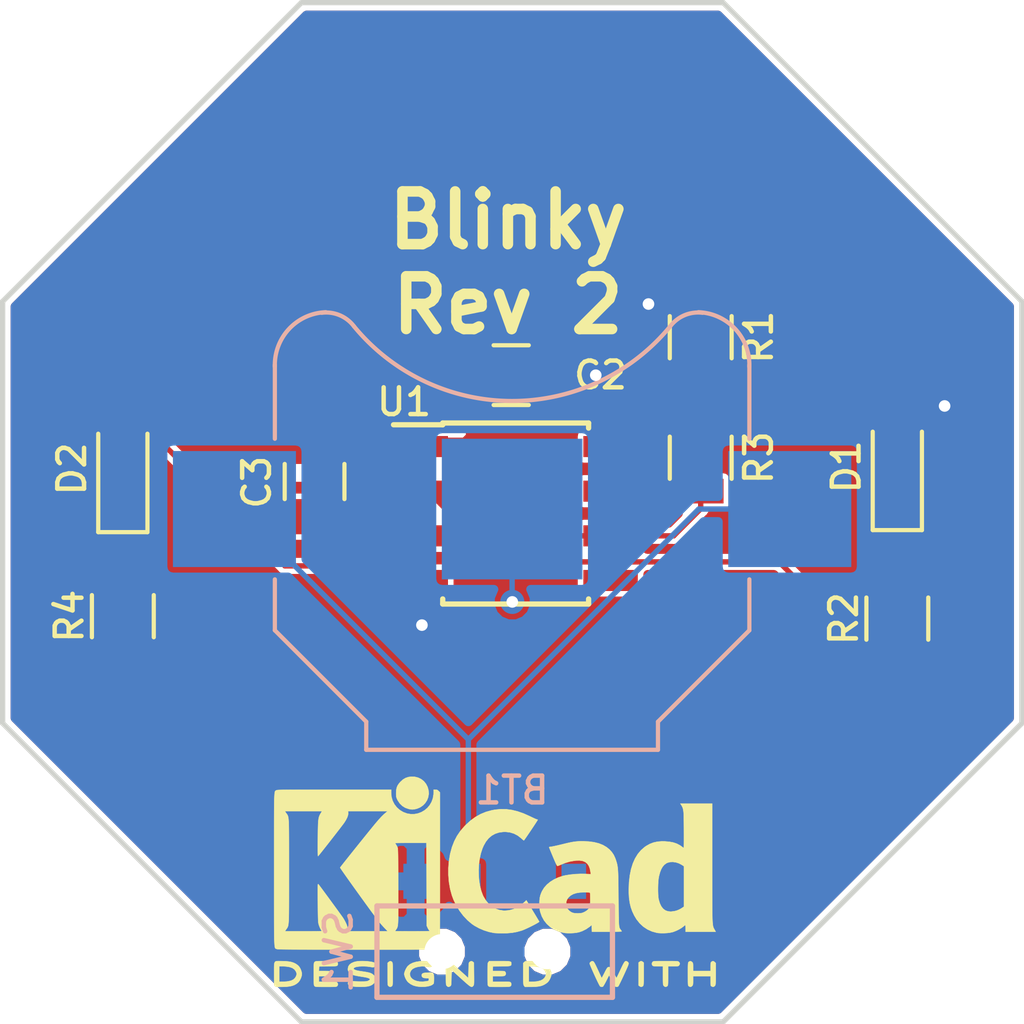
<source format=kicad_pcb>
(kicad_pcb (version 20171130) (host pcbnew "(5.0.1-3-g963ef8bb5)")

  (general
    (thickness 1.6)
    (drawings 9)
    (tracks 58)
    (zones 0)
    (modules 12)
    (nets 11)
  )

  (page A4)
  (layers
    (0 F.Cu signal)
    (31 B.Cu signal)
    (32 B.Adhes user)
    (33 F.Adhes user)
    (34 B.Paste user)
    (35 F.Paste user)
    (36 B.SilkS user)
    (37 F.SilkS user)
    (38 B.Mask user)
    (39 F.Mask user)
    (40 Dwgs.User user)
    (41 Cmts.User user)
    (42 Eco1.User user)
    (43 Eco2.User user)
    (44 Edge.Cuts user)
    (45 Margin user hide)
    (46 B.CrtYd user hide)
    (47 F.CrtYd user)
    (48 B.Fab user)
    (49 F.Fab user hide)
  )

  (setup
    (last_trace_width 0.1524)
    (user_trace_width 0.3048)
    (user_trace_width 0.6096)
    (user_trace_width 1.2192)
    (trace_clearance 0.1524)
    (zone_clearance 0.1524)
    (zone_45_only no)
    (trace_min 0.1524)
    (segment_width 0.2)
    (edge_width 0.15)
    (via_size 0.6858)
    (via_drill 0.3302)
    (via_min_size 0.6858)
    (via_min_drill 0.3302)
    (uvia_size 0.3)
    (uvia_drill 0.1)
    (uvias_allowed no)
    (uvia_min_size 0.2)
    (uvia_min_drill 0.1)
    (pcb_text_width 0.3)
    (pcb_text_size 1.5 1.5)
    (mod_edge_width 0.15)
    (mod_text_size 0.762 0.762)
    (mod_text_width 0.127)
    (pad_size 1.524 1.524)
    (pad_drill 0.762)
    (pad_to_mask_clearance 0)
    (solder_mask_min_width 0.25)
    (aux_axis_origin 0 0)
    (visible_elements 7FFFFFFF)
    (pcbplotparams
      (layerselection 0x010fc_ffffffff)
      (usegerberextensions false)
      (usegerberattributes false)
      (usegerberadvancedattributes false)
      (creategerberjobfile false)
      (excludeedgelayer true)
      (linewidth 0.076200)
      (plotframeref false)
      (viasonmask false)
      (mode 1)
      (useauxorigin false)
      (hpglpennumber 1)
      (hpglpenspeed 20)
      (hpglpendiameter 15.000000)
      (psnegative false)
      (psa4output false)
      (plotreference true)
      (plotvalue true)
      (plotinvisibletext false)
      (padsonsilk false)
      (subtractmaskfromsilk false)
      (outputformat 1)
      (mirror false)
      (drillshape 0)
      (scaleselection 1)
      (outputdirectory "gerbers/"))
  )

  (net 0 "")
  (net 1 "Net-(BT1-Pad1)")
  (net 2 GND)
  (net 3 "Net-(D1-Pad1)")
  (net 4 "Net-(D2-Pad1)")
  (net 5 "Net-(D2-Pad2)")
  (net 6 "Net-(R1-Pad2)")
  (net 7 "Net-(SW1-Pad1)")
  (net 8 /Vcc)
  (net 9 "Net-(C3-Pad1)")
  (net 10 "Net-(U1-Pad5)")

  (net_class Default "This is the default net class."
    (clearance 0.1524)
    (trace_width 0.1524)
    (via_dia 0.6858)
    (via_drill 0.3302)
    (uvia_dia 0.3)
    (uvia_drill 0.1)
    (add_net /Vcc)
    (add_net GND)
    (add_net "Net-(BT1-Pad1)")
    (add_net "Net-(C3-Pad1)")
    (add_net "Net-(D1-Pad1)")
    (add_net "Net-(D2-Pad1)")
    (add_net "Net-(D2-Pad2)")
    (add_net "Net-(R1-Pad2)")
    (add_net "Net-(SW1-Pad1)")
    (add_net "Net-(U1-Pad5)")
  )

  (module Battery:BatteryHolder_Keystone_3000_1x12mm (layer B.Cu) (tedit 58972371) (tstamp 5B733F63)
    (at 69.495 89.408)
    (descr http://www.keyelco.com/product-pdf.cfm?p=777)
    (tags "Keystone type 3000 coin cell retainer")
    (path /5B732E02)
    (attr smd)
    (fp_text reference BT1 (at 0 8) (layer B.SilkS)
      (effects (font (size 0.762 0.762) (thickness 0.127)) (justify mirror))
    )
    (fp_text value "3V Cell" (at 0 -7.5) (layer B.Fab)
      (effects (font (size 0.762 0.762) (thickness 0.127)) (justify mirror))
    )
    (fp_text user %R (at 0 0) (layer B.Fab)
      (effects (font (size 0.762 0.762) (thickness 0.127)) (justify mirror))
    )
    (fp_arc (start 0 0) (end 0 -6.75) (angle -36.6) (layer B.CrtYd) (width 0.05))
    (fp_arc (start 0.11 -9.15) (end 4.22 -5.65) (angle 3.1) (layer B.CrtYd) (width 0.05))
    (fp_arc (start 0.11 -9.15) (end -4.22 -5.65) (angle -3.1) (layer B.CrtYd) (width 0.05))
    (fp_arc (start 0 0) (end 0 -6.75) (angle 36.6) (layer B.CrtYd) (width 0.05))
    (fp_arc (start 5.25 -4.1) (end 5.3 -6.1) (angle 90) (layer B.CrtYd) (width 0.05))
    (fp_arc (start 5.29 -4.6) (end 4.22 -5.65) (angle 54.1) (layer B.CrtYd) (width 0.05))
    (fp_arc (start -5.29 -4.6) (end -4.22 -5.65) (angle -54.1) (layer B.CrtYd) (width 0.05))
    (fp_circle (center 0 0) (end 0 -6.25) (layer Dwgs.User) (width 0.15))
    (fp_arc (start 5.29 -4.6) (end 4.5 -5.2) (angle 60) (layer B.SilkS) (width 0.12))
    (fp_arc (start -5.29 -4.6) (end -4.5 -5.2) (angle -60) (layer B.SilkS) (width 0.12))
    (fp_arc (start 0 -8.9) (end -4.5 -5.2) (angle -101) (layer B.SilkS) (width 0.12))
    (fp_arc (start 5.29 -4.6) (end 4.6 -5.1) (angle 60) (layer B.Fab) (width 0.1))
    (fp_arc (start -5.29 -4.6) (end -4.6 -5.1) (angle -60) (layer B.Fab) (width 0.1))
    (fp_arc (start 0 -8.9) (end -4.6 -5.1) (angle -101) (layer B.Fab) (width 0.1))
    (fp_arc (start -5.25 -4.1) (end -5.3 -6.1) (angle -90) (layer B.CrtYd) (width 0.05))
    (fp_arc (start 5.25 -4.1) (end 5.3 -5.6) (angle 90) (layer B.SilkS) (width 0.12))
    (fp_arc (start -5.25 -4.1) (end -5.3 -5.6) (angle -90) (layer B.SilkS) (width 0.12))
    (fp_line (start -7.25 -2.15) (end -7.25 -4.1) (layer B.CrtYd) (width 0.05))
    (fp_line (start 7.25 -2.15) (end 7.25 -4.1) (layer B.CrtYd) (width 0.05))
    (fp_line (start 6.75 -2) (end 6.75 -4.1) (layer B.SilkS) (width 0.12))
    (fp_line (start -6.75 -2) (end -6.75 -4.1) (layer B.SilkS) (width 0.12))
    (fp_arc (start 5.25 -4.1) (end 5.3 -5.45) (angle 90) (layer B.Fab) (width 0.1))
    (fp_line (start 7.25 2.15) (end 7.25 3.8) (layer B.CrtYd) (width 0.05))
    (fp_line (start 7.25 3.8) (end 4.65 6.4) (layer B.CrtYd) (width 0.05))
    (fp_line (start 4.65 6.4) (end 4.65 7.35) (layer B.CrtYd) (width 0.05))
    (fp_line (start -4.65 7.35) (end 4.65 7.35) (layer B.CrtYd) (width 0.05))
    (fp_line (start -4.65 6.4) (end -4.65 7.35) (layer B.CrtYd) (width 0.05))
    (fp_line (start -7.25 3.8) (end -4.65 6.4) (layer B.CrtYd) (width 0.05))
    (fp_line (start -7.25 2.15) (end -7.25 3.8) (layer B.CrtYd) (width 0.05))
    (fp_line (start -6.75 2) (end -6.75 3.45) (layer B.SilkS) (width 0.12))
    (fp_line (start -6.75 3.45) (end -4.15 6.05) (layer B.SilkS) (width 0.12))
    (fp_line (start -4.15 6.05) (end -4.15 6.85) (layer B.SilkS) (width 0.12))
    (fp_line (start -4.15 6.85) (end 4.15 6.85) (layer B.SilkS) (width 0.12))
    (fp_line (start 4.15 6.85) (end 4.15 6.05) (layer B.SilkS) (width 0.12))
    (fp_line (start 4.15 6.05) (end 6.75 3.45) (layer B.SilkS) (width 0.12))
    (fp_line (start 6.75 3.45) (end 6.75 2) (layer B.SilkS) (width 0.12))
    (fp_line (start -7.25 2.15) (end -10.15 2.15) (layer B.CrtYd) (width 0.05))
    (fp_line (start -10.15 2.15) (end -10.15 -2.15) (layer B.CrtYd) (width 0.05))
    (fp_line (start -10.15 -2.15) (end -7.25 -2.15) (layer B.CrtYd) (width 0.05))
    (fp_line (start 7.25 2.15) (end 10.15 2.15) (layer B.CrtYd) (width 0.05))
    (fp_line (start 10.15 2.15) (end 10.15 -2.15) (layer B.CrtYd) (width 0.05))
    (fp_line (start 10.15 -2.15) (end 7.25 -2.15) (layer B.CrtYd) (width 0.05))
    (fp_arc (start -5.25 -4.1) (end -5.3 -5.45) (angle -90) (layer B.Fab) (width 0.1))
    (fp_line (start 6.6 3.4) (end 6.6 -4.1) (layer B.Fab) (width 0.1))
    (fp_line (start -6.6 3.4) (end -6.6 -4.1) (layer B.Fab) (width 0.1))
    (fp_line (start 4 6) (end 6.6 3.4) (layer B.Fab) (width 0.1))
    (fp_line (start -4 6) (end -6.6 3.4) (layer B.Fab) (width 0.1))
    (fp_line (start 4 6.7) (end 4 6) (layer B.Fab) (width 0.1))
    (fp_line (start -4 6.7) (end -4 6) (layer B.Fab) (width 0.1))
    (fp_line (start -4 6.7) (end 4 6.7) (layer B.Fab) (width 0.1))
    (pad 1 smd rect (at -7.9 0) (size 3.5 3.3) (layers B.Cu B.Paste B.Mask)
      (net 1 "Net-(BT1-Pad1)"))
    (pad 1 smd rect (at 7.9 0) (size 3.5 3.3) (layers B.Cu B.Paste B.Mask)
      (net 1 "Net-(BT1-Pad1)"))
    (pad 2 smd rect (at 0 0) (size 4 4) (layers B.Cu B.Mask)
      (net 2 GND))
    (model ${KISYS3DMOD}/Battery.3dshapes/BatteryHolder_Keystone_3000_1x12mm.wrl
      (at (xyz 0 0 0))
      (scale (xyz 1 1 1))
      (rotate (xyz 0 0 0))
    )
  )

  (module Capacitors_SMD:C_0805 (layer F.Cu) (tedit 58AA8463) (tstamp 5B733F85)
    (at 69.469 85.598 180)
    (descr "Capacitor SMD 0805, reflow soldering, AVX (see smccp.pdf)")
    (tags "capacitor 0805")
    (path /5B7420E7)
    (attr smd)
    (fp_text reference C2 (at -2.54 0 180) (layer F.SilkS)
      (effects (font (size 0.762 0.762) (thickness 0.127)))
    )
    (fp_text value 0.1u (at 0 1.75 180) (layer F.Fab)
      (effects (font (size 0.762 0.762) (thickness 0.127)))
    )
    (fp_text user %R (at 0 -1.5 180) (layer F.Fab)
      (effects (font (size 0.762 0.762) (thickness 0.127)))
    )
    (fp_line (start -1 0.62) (end -1 -0.62) (layer F.Fab) (width 0.1))
    (fp_line (start 1 0.62) (end -1 0.62) (layer F.Fab) (width 0.1))
    (fp_line (start 1 -0.62) (end 1 0.62) (layer F.Fab) (width 0.1))
    (fp_line (start -1 -0.62) (end 1 -0.62) (layer F.Fab) (width 0.1))
    (fp_line (start 0.5 -0.85) (end -0.5 -0.85) (layer F.SilkS) (width 0.12))
    (fp_line (start -0.5 0.85) (end 0.5 0.85) (layer F.SilkS) (width 0.12))
    (fp_line (start -1.75 -0.88) (end 1.75 -0.88) (layer F.CrtYd) (width 0.05))
    (fp_line (start -1.75 -0.88) (end -1.75 0.87) (layer F.CrtYd) (width 0.05))
    (fp_line (start 1.75 0.87) (end 1.75 -0.88) (layer F.CrtYd) (width 0.05))
    (fp_line (start 1.75 0.87) (end -1.75 0.87) (layer F.CrtYd) (width 0.05))
    (pad 1 smd rect (at -1 0 180) (size 1 1.25) (layers F.Cu F.Paste F.Mask)
      (net 8 /Vcc))
    (pad 2 smd rect (at 1 0 180) (size 1 1.25) (layers F.Cu F.Paste F.Mask)
      (net 2 GND))
    (model Capacitors_SMD.3dshapes/C_0805.wrl
      (at (xyz 0 0 0))
      (scale (xyz 1 1 1))
      (rotate (xyz 0 0 0))
    )
  )

  (module LEDs:LED_0805 (layer F.Cu) (tedit 59959803) (tstamp 5B733F9B)
    (at 80.455 88.207 90)
    (descr "LED 0805 smd package")
    (tags "LED led 0805 SMD smd SMT smt smdled SMDLED smtled SMTLED")
    (path /5B73564C)
    (attr smd)
    (fp_text reference D1 (at 0 -1.45 90) (layer F.SilkS)
      (effects (font (size 0.762 0.762) (thickness 0.127)))
    )
    (fp_text value LED (at 0 1.55 90) (layer F.Fab)
      (effects (font (size 0.762 0.762) (thickness 0.127)))
    )
    (fp_line (start -1.8 -0.7) (end -1.8 0.7) (layer F.SilkS) (width 0.12))
    (fp_line (start -0.4 -0.4) (end -0.4 0.4) (layer F.Fab) (width 0.1))
    (fp_line (start -0.4 0) (end 0.2 -0.4) (layer F.Fab) (width 0.1))
    (fp_line (start 0.2 0.4) (end -0.4 0) (layer F.Fab) (width 0.1))
    (fp_line (start 0.2 -0.4) (end 0.2 0.4) (layer F.Fab) (width 0.1))
    (fp_line (start 1 0.6) (end -1 0.6) (layer F.Fab) (width 0.1))
    (fp_line (start 1 -0.6) (end 1 0.6) (layer F.Fab) (width 0.1))
    (fp_line (start -1 -0.6) (end 1 -0.6) (layer F.Fab) (width 0.1))
    (fp_line (start -1 0.6) (end -1 -0.6) (layer F.Fab) (width 0.1))
    (fp_line (start -1.8 0.7) (end 1 0.7) (layer F.SilkS) (width 0.12))
    (fp_line (start -1.8 -0.7) (end 1 -0.7) (layer F.SilkS) (width 0.12))
    (fp_line (start 1.95 -0.85) (end 1.95 0.85) (layer F.CrtYd) (width 0.05))
    (fp_line (start 1.95 0.85) (end -1.95 0.85) (layer F.CrtYd) (width 0.05))
    (fp_line (start -1.95 0.85) (end -1.95 -0.85) (layer F.CrtYd) (width 0.05))
    (fp_line (start -1.95 -0.85) (end 1.95 -0.85) (layer F.CrtYd) (width 0.05))
    (fp_text user %R (at 0 -1.25 90) (layer F.Fab)
      (effects (font (size 0.762 0.762) (thickness 0.127)))
    )
    (pad 2 smd rect (at 1.1 0 270) (size 1.2 1.2) (layers F.Cu F.Paste F.Mask)
      (net 8 /Vcc))
    (pad 1 smd rect (at -1.1 0 270) (size 1.2 1.2) (layers F.Cu F.Paste F.Mask)
      (net 3 "Net-(D1-Pad1)"))
    (model ${KISYS3DMOD}/LEDs.3dshapes/LED_0805.wrl
      (at (xyz 0 0 0))
      (scale (xyz 1 1 1))
      (rotate (xyz 0 0 180))
    )
  )

  (module LEDs:LED_0805 (layer F.Cu) (tedit 59959803) (tstamp 5B734A29)
    (at 58.42 88.265 90)
    (descr "LED 0805 smd package")
    (tags "LED led 0805 SMD smd SMT smt smdled SMDLED smtled SMTLED")
    (path /5B734BFE)
    (attr smd)
    (fp_text reference D2 (at 0 -1.45 90) (layer F.SilkS)
      (effects (font (size 0.762 0.762) (thickness 0.127)))
    )
    (fp_text value LED (at 0 1.55 90) (layer F.Fab)
      (effects (font (size 0.762 0.762) (thickness 0.127)))
    )
    (fp_text user %R (at 0 -1.25 90) (layer F.Fab)
      (effects (font (size 0.762 0.762) (thickness 0.127)))
    )
    (fp_line (start -1.95 -0.85) (end 1.95 -0.85) (layer F.CrtYd) (width 0.05))
    (fp_line (start -1.95 0.85) (end -1.95 -0.85) (layer F.CrtYd) (width 0.05))
    (fp_line (start 1.95 0.85) (end -1.95 0.85) (layer F.CrtYd) (width 0.05))
    (fp_line (start 1.95 -0.85) (end 1.95 0.85) (layer F.CrtYd) (width 0.05))
    (fp_line (start -1.8 -0.7) (end 1 -0.7) (layer F.SilkS) (width 0.12))
    (fp_line (start -1.8 0.7) (end 1 0.7) (layer F.SilkS) (width 0.12))
    (fp_line (start -1 0.6) (end -1 -0.6) (layer F.Fab) (width 0.1))
    (fp_line (start -1 -0.6) (end 1 -0.6) (layer F.Fab) (width 0.1))
    (fp_line (start 1 -0.6) (end 1 0.6) (layer F.Fab) (width 0.1))
    (fp_line (start 1 0.6) (end -1 0.6) (layer F.Fab) (width 0.1))
    (fp_line (start 0.2 -0.4) (end 0.2 0.4) (layer F.Fab) (width 0.1))
    (fp_line (start 0.2 0.4) (end -0.4 0) (layer F.Fab) (width 0.1))
    (fp_line (start -0.4 0) (end 0.2 -0.4) (layer F.Fab) (width 0.1))
    (fp_line (start -0.4 -0.4) (end -0.4 0.4) (layer F.Fab) (width 0.1))
    (fp_line (start -1.8 -0.7) (end -1.8 0.7) (layer F.SilkS) (width 0.12))
    (pad 1 smd rect (at -1.1 0 270) (size 1.2 1.2) (layers F.Cu F.Paste F.Mask)
      (net 4 "Net-(D2-Pad1)"))
    (pad 2 smd rect (at 1.1 0 270) (size 1.2 1.2) (layers F.Cu F.Paste F.Mask)
      (net 5 "Net-(D2-Pad2)"))
    (model ${KISYS3DMOD}/LEDs.3dshapes/LED_0805.wrl
      (at (xyz 0 0 0))
      (scale (xyz 1 1 1))
      (rotate (xyz 0 0 180))
    )
  )

  (module Resistors_SMD:R_0805 (layer F.Cu) (tedit 58E0A804) (tstamp 5B733FC2)
    (at 74.861 84.519 270)
    (descr "Resistor SMD 0805, reflow soldering, Vishay (see dcrcw.pdf)")
    (tags "resistor 0805")
    (path /5B732EA7)
    (attr smd)
    (fp_text reference R1 (at 0 -1.65 270) (layer F.SilkS)
      (effects (font (size 0.762 0.762) (thickness 0.127)))
    )
    (fp_text value 10k (at 0 1.75 270) (layer F.Fab)
      (effects (font (size 0.762 0.762) (thickness 0.127)))
    )
    (fp_line (start 1.55 0.9) (end -1.55 0.9) (layer F.CrtYd) (width 0.05))
    (fp_line (start 1.55 0.9) (end 1.55 -0.9) (layer F.CrtYd) (width 0.05))
    (fp_line (start -1.55 -0.9) (end -1.55 0.9) (layer F.CrtYd) (width 0.05))
    (fp_line (start -1.55 -0.9) (end 1.55 -0.9) (layer F.CrtYd) (width 0.05))
    (fp_line (start -0.6 -0.88) (end 0.6 -0.88) (layer F.SilkS) (width 0.12))
    (fp_line (start 0.6 0.88) (end -0.6 0.88) (layer F.SilkS) (width 0.12))
    (fp_line (start -1 -0.62) (end 1 -0.62) (layer F.Fab) (width 0.1))
    (fp_line (start 1 -0.62) (end 1 0.62) (layer F.Fab) (width 0.1))
    (fp_line (start 1 0.62) (end -1 0.62) (layer F.Fab) (width 0.1))
    (fp_line (start -1 0.62) (end -1 -0.62) (layer F.Fab) (width 0.1))
    (fp_text user %R (at 0 0.022999 270) (layer F.Fab)
      (effects (font (size 0.762 0.762) (thickness 0.127)))
    )
    (pad 2 smd rect (at 0.95 0 270) (size 0.7 1.3) (layers F.Cu F.Paste F.Mask)
      (net 6 "Net-(R1-Pad2)"))
    (pad 1 smd rect (at -0.95 0 270) (size 0.7 1.3) (layers F.Cu F.Paste F.Mask)
      (net 8 /Vcc))
    (model ${KISYS3DMOD}/Resistors_SMD.3dshapes/R_0805.wrl
      (at (xyz 0 0 0))
      (scale (xyz 1 1 1))
      (rotate (xyz 0 0 0))
    )
  )

  (module Resistors_SMD:R_0805 (layer F.Cu) (tedit 58E0A804) (tstamp 5B734500)
    (at 80.455001 92.525 270)
    (descr "Resistor SMD 0805, reflow soldering, Vishay (see dcrcw.pdf)")
    (tags "resistor 0805")
    (path /5B7367CF)
    (attr smd)
    (fp_text reference R2 (at 0 1.524 270) (layer F.SilkS)
      (effects (font (size 0.762 0.762) (thickness 0.127)))
    )
    (fp_text value 200 (at 0 1.75 270) (layer F.Fab)
      (effects (font (size 0.762 0.762) (thickness 0.127)))
    )
    (fp_text user %R (at 0 0 270) (layer F.Fab)
      (effects (font (size 0.762 0.762) (thickness 0.127)))
    )
    (fp_line (start -1 0.62) (end -1 -0.62) (layer F.Fab) (width 0.1))
    (fp_line (start 1 0.62) (end -1 0.62) (layer F.Fab) (width 0.1))
    (fp_line (start 1 -0.62) (end 1 0.62) (layer F.Fab) (width 0.1))
    (fp_line (start -1 -0.62) (end 1 -0.62) (layer F.Fab) (width 0.1))
    (fp_line (start 0.6 0.88) (end -0.6 0.88) (layer F.SilkS) (width 0.12))
    (fp_line (start -0.6 -0.88) (end 0.6 -0.88) (layer F.SilkS) (width 0.12))
    (fp_line (start -1.55 -0.9) (end 1.55 -0.9) (layer F.CrtYd) (width 0.05))
    (fp_line (start -1.55 -0.9) (end -1.55 0.9) (layer F.CrtYd) (width 0.05))
    (fp_line (start 1.55 0.9) (end 1.55 -0.9) (layer F.CrtYd) (width 0.05))
    (fp_line (start 1.55 0.9) (end -1.55 0.9) (layer F.CrtYd) (width 0.05))
    (pad 1 smd rect (at -0.95 0 270) (size 0.7 1.3) (layers F.Cu F.Paste F.Mask)
      (net 3 "Net-(D1-Pad1)"))
    (pad 2 smd rect (at 0.95 0 270) (size 0.7 1.3) (layers F.Cu F.Paste F.Mask)
      (net 5 "Net-(D2-Pad2)"))
    (model ${KISYS3DMOD}/Resistors_SMD.3dshapes/R_0805.wrl
      (at (xyz 0 0 0))
      (scale (xyz 1 1 1))
      (rotate (xyz 0 0 0))
    )
  )

  (module Resistors_SMD:R_0805 (layer F.Cu) (tedit 58E0A804) (tstamp 5B733FE4)
    (at 74.861 87.948 270)
    (descr "Resistor SMD 0805, reflow soldering, Vishay (see dcrcw.pdf)")
    (tags "resistor 0805")
    (path /5B732EE9)
    (attr smd)
    (fp_text reference R3 (at 0 -1.65 270) (layer F.SilkS)
      (effects (font (size 0.762 0.762) (thickness 0.127)))
    )
    (fp_text value 1M (at 0 1.75 270) (layer F.Fab)
      (effects (font (size 0.762 0.762) (thickness 0.127)))
    )
    (fp_text user %R (at 0 0 270) (layer F.Fab)
      (effects (font (size 0.762 0.762) (thickness 0.127)))
    )
    (fp_line (start -1 0.62) (end -1 -0.62) (layer F.Fab) (width 0.1))
    (fp_line (start 1 0.62) (end -1 0.62) (layer F.Fab) (width 0.1))
    (fp_line (start 1 -0.62) (end 1 0.62) (layer F.Fab) (width 0.1))
    (fp_line (start -1 -0.62) (end 1 -0.62) (layer F.Fab) (width 0.1))
    (fp_line (start 0.6 0.88) (end -0.6 0.88) (layer F.SilkS) (width 0.12))
    (fp_line (start -0.6 -0.88) (end 0.6 -0.88) (layer F.SilkS) (width 0.12))
    (fp_line (start -1.55 -0.9) (end 1.55 -0.9) (layer F.CrtYd) (width 0.05))
    (fp_line (start -1.55 -0.9) (end -1.55 0.9) (layer F.CrtYd) (width 0.05))
    (fp_line (start 1.55 0.9) (end 1.55 -0.9) (layer F.CrtYd) (width 0.05))
    (fp_line (start 1.55 0.9) (end -1.55 0.9) (layer F.CrtYd) (width 0.05))
    (pad 1 smd rect (at -0.95 0 270) (size 0.7 1.3) (layers F.Cu F.Paste F.Mask)
      (net 6 "Net-(R1-Pad2)"))
    (pad 2 smd rect (at 0.95 0 270) (size 0.7 1.3) (layers F.Cu F.Paste F.Mask)
      (net 9 "Net-(C3-Pad1)"))
    (model ${KISYS3DMOD}/Resistors_SMD.3dshapes/R_0805.wrl
      (at (xyz 0 0 0))
      (scale (xyz 1 1 1))
      (rotate (xyz 0 0 0))
    )
  )

  (module Resistors_SMD:R_0805 (layer F.Cu) (tedit 58E0A804) (tstamp 5B733FF5)
    (at 58.42 92.456 270)
    (descr "Resistor SMD 0805, reflow soldering, Vishay (see dcrcw.pdf)")
    (tags "resistor 0805")
    (path /5B7351FE)
    (attr smd)
    (fp_text reference R4 (at 0 1.524 270) (layer F.SilkS)
      (effects (font (size 0.762 0.762) (thickness 0.127)))
    )
    (fp_text value 200 (at 0 1.75 270) (layer F.Fab)
      (effects (font (size 0.762 0.762) (thickness 0.127)))
    )
    (fp_line (start 1.55 0.9) (end -1.55 0.9) (layer F.CrtYd) (width 0.05))
    (fp_line (start 1.55 0.9) (end 1.55 -0.9) (layer F.CrtYd) (width 0.05))
    (fp_line (start -1.55 -0.9) (end -1.55 0.9) (layer F.CrtYd) (width 0.05))
    (fp_line (start -1.55 -0.9) (end 1.55 -0.9) (layer F.CrtYd) (width 0.05))
    (fp_line (start -0.6 -0.88) (end 0.6 -0.88) (layer F.SilkS) (width 0.12))
    (fp_line (start 0.6 0.88) (end -0.6 0.88) (layer F.SilkS) (width 0.12))
    (fp_line (start -1 -0.62) (end 1 -0.62) (layer F.Fab) (width 0.1))
    (fp_line (start 1 -0.62) (end 1 0.62) (layer F.Fab) (width 0.1))
    (fp_line (start 1 0.62) (end -1 0.62) (layer F.Fab) (width 0.1))
    (fp_line (start -1 0.62) (end -1 -0.62) (layer F.Fab) (width 0.1))
    (fp_text user %R (at 0 0 270) (layer F.Fab)
      (effects (font (size 0.762 0.762) (thickness 0.127)))
    )
    (pad 2 smd rect (at 0.95 0 270) (size 0.7 1.3) (layers F.Cu F.Paste F.Mask)
      (net 2 GND))
    (pad 1 smd rect (at -0.95 0 270) (size 0.7 1.3) (layers F.Cu F.Paste F.Mask)
      (net 4 "Net-(D2-Pad1)"))
    (model ${KISYS3DMOD}/Resistors_SMD.3dshapes/R_0805.wrl
      (at (xyz 0 0 0))
      (scale (xyz 1 1 1))
      (rotate (xyz 0 0 0))
    )
  )

  (module Housings_SOIC:SOIC-8_3.9x4.9mm_Pitch1.27mm (layer F.Cu) (tedit 58CD0CDA) (tstamp 5B73429A)
    (at 69.596 89.535)
    (descr "8-Lead Plastic Small Outline (SN) - Narrow, 3.90 mm Body [SOIC] (see Microchip Packaging Specification 00000049BS.pdf)")
    (tags "SOIC 1.27")
    (path /5B73381F)
    (attr smd)
    (fp_text reference U1 (at -3.175 -3.175) (layer F.SilkS)
      (effects (font (size 0.762 0.762) (thickness 0.127)))
    )
    (fp_text value NE555 (at 0 3.5) (layer F.Fab)
      (effects (font (size 0.762 0.762) (thickness 0.127)))
    )
    (fp_line (start -2.075 -2.525) (end -3.475 -2.525) (layer F.SilkS) (width 0.15))
    (fp_line (start -2.075 2.575) (end 2.075 2.575) (layer F.SilkS) (width 0.15))
    (fp_line (start -2.075 -2.575) (end 2.075 -2.575) (layer F.SilkS) (width 0.15))
    (fp_line (start -2.075 2.575) (end -2.075 2.43) (layer F.SilkS) (width 0.15))
    (fp_line (start 2.075 2.575) (end 2.075 2.43) (layer F.SilkS) (width 0.15))
    (fp_line (start 2.075 -2.575) (end 2.075 -2.43) (layer F.SilkS) (width 0.15))
    (fp_line (start -2.075 -2.575) (end -2.075 -2.525) (layer F.SilkS) (width 0.15))
    (fp_line (start -3.73 2.7) (end 3.73 2.7) (layer F.CrtYd) (width 0.05))
    (fp_line (start -3.73 -2.7) (end 3.73 -2.7) (layer F.CrtYd) (width 0.05))
    (fp_line (start 3.73 -2.7) (end 3.73 2.7) (layer F.CrtYd) (width 0.05))
    (fp_line (start -3.73 -2.7) (end -3.73 2.7) (layer F.CrtYd) (width 0.05))
    (fp_line (start -1.95 -1.45) (end -0.95 -2.45) (layer F.Fab) (width 0.1))
    (fp_line (start -1.95 2.45) (end -1.95 -1.45) (layer F.Fab) (width 0.1))
    (fp_line (start 1.95 2.45) (end -1.95 2.45) (layer F.Fab) (width 0.1))
    (fp_line (start 1.95 -2.45) (end 1.95 2.45) (layer F.Fab) (width 0.1))
    (fp_line (start -0.95 -2.45) (end 1.95 -2.45) (layer F.Fab) (width 0.1))
    (fp_text user %R (at 0 0) (layer F.Fab)
      (effects (font (size 0.762 0.762) (thickness 0.127)))
    )
    (pad 8 smd rect (at 2.7 -1.905) (size 1.55 0.6) (layers F.Cu F.Paste F.Mask)
      (net 8 /Vcc))
    (pad 7 smd rect (at 2.7 -0.635) (size 1.55 0.6) (layers F.Cu F.Paste F.Mask)
      (net 6 "Net-(R1-Pad2)"))
    (pad 6 smd rect (at 2.7 0.635) (size 1.55 0.6) (layers F.Cu F.Paste F.Mask)
      (net 9 "Net-(C3-Pad1)"))
    (pad 5 smd rect (at 2.7 1.905) (size 1.55 0.6) (layers F.Cu F.Paste F.Mask)
      (net 10 "Net-(U1-Pad5)"))
    (pad 4 smd rect (at -2.7 1.905) (size 1.55 0.6) (layers F.Cu F.Paste F.Mask)
      (net 8 /Vcc))
    (pad 3 smd rect (at -2.7 0.635) (size 1.55 0.6) (layers F.Cu F.Paste F.Mask)
      (net 5 "Net-(D2-Pad2)"))
    (pad 2 smd rect (at -2.7 -0.635) (size 1.55 0.6) (layers F.Cu F.Paste F.Mask)
      (net 9 "Net-(C3-Pad1)"))
    (pad 1 smd rect (at -2.7 -1.905) (size 1.55 0.6) (layers F.Cu F.Paste F.Mask)
      (net 2 GND))
    (model ${KISYS3DMOD}/Housings_SOIC.3dshapes/SOIC-8_3.9x4.9mm_Pitch1.27mm.wrl
      (at (xyz 0 0 0))
      (scale (xyz 1 1 1))
      (rotate (xyz 0 0 0))
    )
  )

  (module Symbols:KiCad-Logo2_6mm_SilkScreen locked (layer F.Cu) (tedit 0) (tstamp 5B735A35)
    (at 69 100)
    (descr "KiCad Logo")
    (tags "Logo KiCad")
    (attr virtual)
    (fp_text reference REF*** (at 0 0) (layer F.SilkS) hide
      (effects (font (size 0.762 0.762) (thickness 0.127)))
    )
    (fp_text value KiCad-Logo2_6mm_SilkScreen (at 0.75 0) (layer F.Fab) hide
      (effects (font (size 0.762 0.762) (thickness 0.127)))
    )
    (fp_poly (pts (xy -6.121371 2.269066) (xy -6.081889 2.269467) (xy -5.9662 2.272259) (xy -5.869311 2.28055)
      (xy -5.787919 2.295232) (xy -5.718723 2.317193) (xy -5.65842 2.347322) (xy -5.603708 2.38651)
      (xy -5.584167 2.403532) (xy -5.55175 2.443363) (xy -5.52252 2.497413) (xy -5.499991 2.557323)
      (xy -5.487679 2.614739) (xy -5.4864 2.635956) (xy -5.494417 2.694769) (xy -5.515899 2.759013)
      (xy -5.546999 2.819821) (xy -5.583866 2.86833) (xy -5.589854 2.874182) (xy -5.640579 2.915321)
      (xy -5.696125 2.947435) (xy -5.759696 2.971365) (xy -5.834494 2.987953) (xy -5.923722 2.998041)
      (xy -6.030582 3.002469) (xy -6.079528 3.002845) (xy -6.141762 3.002545) (xy -6.185528 3.001292)
      (xy -6.214931 2.998554) (xy -6.234079 2.993801) (xy -6.247077 2.986501) (xy -6.254045 2.980267)
      (xy -6.260626 2.972694) (xy -6.265788 2.962924) (xy -6.269703 2.94834) (xy -6.272543 2.926326)
      (xy -6.27448 2.894264) (xy -6.275684 2.849536) (xy -6.276328 2.789526) (xy -6.276583 2.711617)
      (xy -6.276622 2.635956) (xy -6.27687 2.535041) (xy -6.276817 2.454427) (xy -6.275857 2.415822)
      (xy -6.129867 2.415822) (xy -6.129867 2.856089) (xy -6.036734 2.856004) (xy -5.980693 2.854396)
      (xy -5.921999 2.850256) (xy -5.873028 2.844464) (xy -5.871538 2.844226) (xy -5.792392 2.82509)
      (xy -5.731002 2.795287) (xy -5.684305 2.752878) (xy -5.654635 2.706961) (xy -5.636353 2.656026)
      (xy -5.637771 2.6082) (xy -5.658988 2.556933) (xy -5.700489 2.503899) (xy -5.757998 2.4646)
      (xy -5.83275 2.438331) (xy -5.882708 2.429035) (xy -5.939416 2.422507) (xy -5.999519 2.417782)
      (xy -6.050639 2.415817) (xy -6.053667 2.415808) (xy -6.129867 2.415822) (xy -6.275857 2.415822)
      (xy -6.27526 2.391851) (xy -6.270998 2.345055) (xy -6.26283 2.311778) (xy -6.249556 2.289759)
      (xy -6.229974 2.276739) (xy -6.202883 2.270457) (xy -6.167082 2.268653) (xy -6.121371 2.269066)) (layer F.SilkS) (width 0.01))
    (fp_poly (pts (xy -4.712794 2.269146) (xy -4.643386 2.269518) (xy -4.590997 2.270385) (xy -4.552847 2.271946)
      (xy -4.526159 2.274403) (xy -4.508153 2.277957) (xy -4.496049 2.28281) (xy -4.487069 2.289161)
      (xy -4.483818 2.292084) (xy -4.464043 2.323142) (xy -4.460482 2.358828) (xy -4.473491 2.39051)
      (xy -4.479506 2.396913) (xy -4.489235 2.403121) (xy -4.504901 2.40791) (xy -4.529408 2.411514)
      (xy -4.565661 2.414164) (xy -4.616565 2.416095) (xy -4.685026 2.417539) (xy -4.747617 2.418418)
      (xy -4.995334 2.421467) (xy -4.998719 2.486378) (xy -5.002105 2.551289) (xy -4.833958 2.551289)
      (xy -4.760959 2.551919) (xy -4.707517 2.554553) (xy -4.670628 2.560309) (xy -4.647288 2.570304)
      (xy -4.634494 2.585656) (xy -4.629242 2.607482) (xy -4.628445 2.627738) (xy -4.630923 2.652592)
      (xy -4.640277 2.670906) (xy -4.659383 2.683637) (xy -4.691118 2.691741) (xy -4.738359 2.696176)
      (xy -4.803983 2.697899) (xy -4.839801 2.698045) (xy -5.000978 2.698045) (xy -5.000978 2.856089)
      (xy -4.752622 2.856089) (xy -4.671213 2.856202) (xy -4.609342 2.856712) (xy -4.563968 2.85787)
      (xy -4.532054 2.85993) (xy -4.510559 2.863146) (xy -4.496443 2.867772) (xy -4.486668 2.874059)
      (xy -4.481689 2.878667) (xy -4.46461 2.90556) (xy -4.459111 2.929467) (xy -4.466963 2.958667)
      (xy -4.481689 2.980267) (xy -4.489546 2.987066) (xy -4.499688 2.992346) (xy -4.514844 2.996298)
      (xy -4.537741 2.999113) (xy -4.571109 3.000982) (xy -4.617675 3.002098) (xy -4.680167 3.002651)
      (xy -4.761314 3.002833) (xy -4.803422 3.002845) (xy -4.893598 3.002765) (xy -4.963924 3.002398)
      (xy -5.017129 3.001552) (xy -5.05594 3.000036) (xy -5.083087 2.997659) (xy -5.101298 2.994229)
      (xy -5.1133 2.989554) (xy -5.121822 2.983444) (xy -5.125156 2.980267) (xy -5.131755 2.97267)
      (xy -5.136927 2.96287) (xy -5.140846 2.948239) (xy -5.143684 2.926152) (xy -5.145615 2.893982)
      (xy -5.146812 2.849103) (xy -5.147448 2.788889) (xy -5.147697 2.710713) (xy -5.147734 2.637923)
      (xy -5.1477 2.544707) (xy -5.147465 2.471431) (xy -5.14683 2.415458) (xy -5.145594 2.374151)
      (xy -5.143556 2.344872) (xy -5.140517 2.324984) (xy -5.136277 2.31185) (xy -5.130635 2.302832)
      (xy -5.123391 2.295293) (xy -5.121606 2.293612) (xy -5.112945 2.286172) (xy -5.102882 2.280409)
      (xy -5.088625 2.276112) (xy -5.067383 2.273064) (xy -5.036364 2.271051) (xy -4.992777 2.26986)
      (xy -4.933831 2.269275) (xy -4.856734 2.269083) (xy -4.802001 2.269067) (xy -4.712794 2.269146)) (layer F.SilkS) (width 0.01))
    (fp_poly (pts (xy -3.691703 2.270351) (xy -3.616888 2.275581) (xy -3.547306 2.28375) (xy -3.487002 2.29455)
      (xy -3.44002 2.307673) (xy -3.410406 2.322813) (xy -3.40586 2.327269) (xy -3.390054 2.36185)
      (xy -3.394847 2.397351) (xy -3.419364 2.427725) (xy -3.420534 2.428596) (xy -3.434954 2.437954)
      (xy -3.450008 2.442876) (xy -3.471005 2.443473) (xy -3.503257 2.439861) (xy -3.552073 2.432154)
      (xy -3.556 2.431505) (xy -3.628739 2.422569) (xy -3.707217 2.418161) (xy -3.785927 2.418119)
      (xy -3.859361 2.422279) (xy -3.922011 2.430479) (xy -3.96837 2.442557) (xy -3.971416 2.443771)
      (xy -4.005048 2.462615) (xy -4.016864 2.481685) (xy -4.007614 2.500439) (xy -3.978047 2.518337)
      (xy -3.928911 2.534837) (xy -3.860957 2.549396) (xy -3.815645 2.556406) (xy -3.721456 2.569889)
      (xy -3.646544 2.582214) (xy -3.587717 2.594449) (xy -3.541785 2.607661) (xy -3.505555 2.622917)
      (xy -3.475838 2.641285) (xy -3.449442 2.663831) (xy -3.42823 2.685971) (xy -3.403065 2.716819)
      (xy -3.390681 2.743345) (xy -3.386808 2.776026) (xy -3.386667 2.787995) (xy -3.389576 2.827712)
      (xy -3.401202 2.857259) (xy -3.421323 2.883486) (xy -3.462216 2.923576) (xy -3.507817 2.954149)
      (xy -3.561513 2.976203) (xy -3.626692 2.990735) (xy -3.706744 2.998741) (xy -3.805057 3.001218)
      (xy -3.821289 3.001177) (xy -3.886849 2.999818) (xy -3.951866 2.99673) (xy -4.009252 2.992356)
      (xy -4.051922 2.98714) (xy -4.055372 2.986541) (xy -4.097796 2.976491) (xy -4.13378 2.963796)
      (xy -4.15415 2.95219) (xy -4.173107 2.921572) (xy -4.174427 2.885918) (xy -4.158085 2.854144)
      (xy -4.154429 2.850551) (xy -4.139315 2.839876) (xy -4.120415 2.835276) (xy -4.091162 2.836059)
      (xy -4.055651 2.840127) (xy -4.01597 2.843762) (xy -3.960345 2.846828) (xy -3.895406 2.849053)
      (xy -3.827785 2.850164) (xy -3.81 2.850237) (xy -3.742128 2.849964) (xy -3.692454 2.848646)
      (xy -3.65661 2.845827) (xy -3.630224 2.84105) (xy -3.608926 2.833857) (xy -3.596126 2.827867)
      (xy -3.568 2.811233) (xy -3.550068 2.796168) (xy -3.547447 2.791897) (xy -3.552976 2.774263)
      (xy -3.57926 2.757192) (xy -3.624478 2.741458) (xy -3.686808 2.727838) (xy -3.705171 2.724804)
      (xy -3.80109 2.709738) (xy -3.877641 2.697146) (xy -3.93778 2.686111) (xy -3.98446 2.67572)
      (xy -4.020637 2.665056) (xy -4.049265 2.653205) (xy -4.073298 2.639251) (xy -4.095692 2.622281)
      (xy -4.119402 2.601378) (xy -4.12738 2.594049) (xy -4.155353 2.566699) (xy -4.17016 2.545029)
      (xy -4.175952 2.520232) (xy -4.176889 2.488983) (xy -4.166575 2.427705) (xy -4.135752 2.37564)
      (xy -4.084595 2.332958) (xy -4.013283 2.299825) (xy -3.9624 2.284964) (xy -3.9071 2.275366)
      (xy -3.840853 2.269936) (xy -3.767706 2.268367) (xy -3.691703 2.270351)) (layer F.SilkS) (width 0.01))
    (fp_poly (pts (xy -2.923822 2.291645) (xy -2.917242 2.299218) (xy -2.912079 2.308987) (xy -2.908164 2.323571)
      (xy -2.905324 2.345585) (xy -2.903387 2.377648) (xy -2.902183 2.422375) (xy -2.901539 2.482385)
      (xy -2.901284 2.560294) (xy -2.901245 2.635956) (xy -2.901314 2.729802) (xy -2.901638 2.803689)
      (xy -2.902386 2.860232) (xy -2.903732 2.902049) (xy -2.905846 2.931757) (xy -2.9089 2.951973)
      (xy -2.913066 2.965314) (xy -2.918516 2.974398) (xy -2.923822 2.980267) (xy -2.956826 2.999947)
      (xy -2.991991 2.998181) (xy -3.023455 2.976717) (xy -3.030684 2.968337) (xy -3.036334 2.958614)
      (xy -3.040599 2.944861) (xy -3.043673 2.924389) (xy -3.045752 2.894512) (xy -3.04703 2.852541)
      (xy -3.047701 2.795789) (xy -3.047959 2.721567) (xy -3.048 2.637537) (xy -3.048 2.324485)
      (xy -3.020291 2.296776) (xy -2.986137 2.273463) (xy -2.953006 2.272623) (xy -2.923822 2.291645)) (layer F.SilkS) (width 0.01))
    (fp_poly (pts (xy -1.950081 2.274599) (xy -1.881565 2.286095) (xy -1.828943 2.303967) (xy -1.794708 2.327499)
      (xy -1.785379 2.340924) (xy -1.775893 2.372148) (xy -1.782277 2.400395) (xy -1.80243 2.427182)
      (xy -1.833745 2.439713) (xy -1.879183 2.438696) (xy -1.914326 2.431906) (xy -1.992419 2.418971)
      (xy -2.072226 2.417742) (xy -2.161555 2.428241) (xy -2.186229 2.43269) (xy -2.269291 2.456108)
      (xy -2.334273 2.490945) (xy -2.380461 2.536604) (xy -2.407145 2.592494) (xy -2.412663 2.621388)
      (xy -2.409051 2.680012) (xy -2.385729 2.731879) (xy -2.344824 2.775978) (xy -2.288459 2.811299)
      (xy -2.21876 2.836829) (xy -2.137852 2.851559) (xy -2.04786 2.854478) (xy -1.95091 2.844575)
      (xy -1.945436 2.843641) (xy -1.906875 2.836459) (xy -1.885494 2.829521) (xy -1.876227 2.819227)
      (xy -1.874006 2.801976) (xy -1.873956 2.792841) (xy -1.873956 2.754489) (xy -1.942431 2.754489)
      (xy -2.0029 2.750347) (xy -2.044165 2.737147) (xy -2.068175 2.71373) (xy -2.076877 2.678936)
      (xy -2.076983 2.674394) (xy -2.071892 2.644654) (xy -2.054433 2.623419) (xy -2.021939 2.609366)
      (xy -1.971743 2.601173) (xy -1.923123 2.598161) (xy -1.852456 2.596433) (xy -1.801198 2.59907)
      (xy -1.766239 2.6088) (xy -1.74447 2.628353) (xy -1.73278 2.660456) (xy -1.72806 2.707838)
      (xy -1.7272 2.770071) (xy -1.728609 2.839535) (xy -1.732848 2.886786) (xy -1.739936 2.912012)
      (xy -1.741311 2.913988) (xy -1.780228 2.945508) (xy -1.837286 2.97047) (xy -1.908869 2.98834)
      (xy -1.991358 2.998586) (xy -2.081139 3.000673) (xy -2.174592 2.994068) (xy -2.229556 2.985956)
      (xy -2.315766 2.961554) (xy -2.395892 2.921662) (xy -2.462977 2.869887) (xy -2.473173 2.859539)
      (xy -2.506302 2.816035) (xy -2.536194 2.762118) (xy -2.559357 2.705592) (xy -2.572298 2.654259)
      (xy -2.573858 2.634544) (xy -2.567218 2.593419) (xy -2.549568 2.542252) (xy -2.524297 2.488394)
      (xy -2.494789 2.439195) (xy -2.468719 2.406334) (xy -2.407765 2.357452) (xy -2.328969 2.318545)
      (xy -2.235157 2.290494) (xy -2.12915 2.274179) (xy -2.032 2.270192) (xy -1.950081 2.274599)) (layer F.SilkS) (width 0.01))
    (fp_poly (pts (xy -1.300114 2.273448) (xy -1.276548 2.287273) (xy -1.245735 2.309881) (xy -1.206078 2.342338)
      (xy -1.15598 2.385708) (xy -1.093843 2.441058) (xy -1.018072 2.509451) (xy -0.931334 2.588084)
      (xy -0.750711 2.751878) (xy -0.745067 2.532029) (xy -0.743029 2.456351) (xy -0.741063 2.399994)
      (xy -0.738734 2.359706) (xy -0.735606 2.332235) (xy -0.731245 2.314329) (xy -0.725216 2.302737)
      (xy -0.717084 2.294208) (xy -0.712772 2.290623) (xy -0.678241 2.27167) (xy -0.645383 2.274441)
      (xy -0.619318 2.290633) (xy -0.592667 2.312199) (xy -0.589352 2.627151) (xy -0.588435 2.719779)
      (xy -0.587968 2.792544) (xy -0.588113 2.848161) (xy -0.589032 2.889342) (xy -0.590887 2.918803)
      (xy -0.593839 2.939255) (xy -0.59805 2.953413) (xy -0.603682 2.963991) (xy -0.609927 2.972474)
      (xy -0.623439 2.988207) (xy -0.636883 2.998636) (xy -0.652124 3.002639) (xy -0.671026 2.999094)
      (xy -0.695455 2.986879) (xy -0.727273 2.964871) (xy -0.768348 2.931949) (xy -0.820542 2.886991)
      (xy -0.885722 2.828875) (xy -0.959556 2.762099) (xy -1.224845 2.521458) (xy -1.230489 2.740589)
      (xy -1.232531 2.816128) (xy -1.234502 2.872354) (xy -1.236839 2.912524) (xy -1.239981 2.939896)
      (xy -1.244364 2.957728) (xy -1.250424 2.969279) (xy -1.2586 2.977807) (xy -1.262784 2.981282)
      (xy -1.299765 3.000372) (xy -1.334708 2.997493) (xy -1.365136 2.9731) (xy -1.372097 2.963286)
      (xy -1.377523 2.951826) (xy -1.381603 2.935968) (xy -1.384529 2.912963) (xy -1.386492 2.880062)
      (xy -1.387683 2.834516) (xy -1.388292 2.773573) (xy -1.388511 2.694486) (xy -1.388534 2.635956)
      (xy -1.38846 2.544407) (xy -1.388113 2.472687) (xy -1.387301 2.418045) (xy -1.385833 2.377732)
      (xy -1.383519 2.348998) (xy -1.380167 2.329093) (xy -1.375588 2.315268) (xy -1.369589 2.304772)
      (xy -1.365136 2.298811) (xy -1.35385 2.284691) (xy -1.343301 2.274029) (xy -1.331893 2.267892)
      (xy -1.31803 2.267343) (xy -1.300114 2.273448)) (layer F.SilkS) (width 0.01))
    (fp_poly (pts (xy 0.230343 2.26926) (xy 0.306701 2.270174) (xy 0.365217 2.272311) (xy 0.408255 2.276175)
      (xy 0.438183 2.282267) (xy 0.457368 2.29109) (xy 0.468176 2.303146) (xy 0.472973 2.318939)
      (xy 0.474127 2.33897) (xy 0.474133 2.341335) (xy 0.473131 2.363992) (xy 0.468396 2.381503)
      (xy 0.457333 2.394574) (xy 0.437348 2.403913) (xy 0.405846 2.410227) (xy 0.360232 2.414222)
      (xy 0.297913 2.416606) (xy 0.216293 2.418086) (xy 0.191277 2.418414) (xy -0.0508 2.421467)
      (xy -0.054186 2.486378) (xy -0.057571 2.551289) (xy 0.110576 2.551289) (xy 0.176266 2.551531)
      (xy 0.223172 2.552556) (xy 0.255083 2.554811) (xy 0.275791 2.558742) (xy 0.289084 2.564798)
      (xy 0.298755 2.573424) (xy 0.298817 2.573493) (xy 0.316356 2.607112) (xy 0.315722 2.643448)
      (xy 0.297314 2.674423) (xy 0.293671 2.677607) (xy 0.280741 2.685812) (xy 0.263024 2.691521)
      (xy 0.23657 2.695162) (xy 0.197432 2.697167) (xy 0.141662 2.697964) (xy 0.105994 2.698045)
      (xy -0.056445 2.698045) (xy -0.056445 2.856089) (xy 0.190161 2.856089) (xy 0.27158 2.856231)
      (xy 0.33341 2.856814) (xy 0.378637 2.858068) (xy 0.410248 2.860227) (xy 0.431231 2.863523)
      (xy 0.444573 2.868189) (xy 0.453261 2.874457) (xy 0.45545 2.876733) (xy 0.471614 2.90828)
      (xy 0.472797 2.944168) (xy 0.459536 2.975285) (xy 0.449043 2.985271) (xy 0.438129 2.990769)
      (xy 0.421217 2.995022) (xy 0.395633 2.99818) (xy 0.358701 3.000392) (xy 0.307746 3.001806)
      (xy 0.240094 3.002572) (xy 0.153069 3.002838) (xy 0.133394 3.002845) (xy 0.044911 3.002787)
      (xy -0.023773 3.002467) (xy -0.075436 3.001667) (xy -0.112855 3.000167) (xy -0.13881 2.997749)
      (xy -0.156078 2.994194) (xy -0.167438 2.989282) (xy -0.175668 2.982795) (xy -0.180183 2.978138)
      (xy -0.186979 2.969889) (xy -0.192288 2.959669) (xy -0.196294 2.9448) (xy -0.199179 2.922602)
      (xy -0.201126 2.890393) (xy -0.202319 2.845496) (xy -0.202939 2.785228) (xy -0.203171 2.706911)
      (xy -0.2032 2.640994) (xy -0.203129 2.548628) (xy -0.202792 2.476117) (xy -0.202002 2.420737)
      (xy -0.200574 2.379765) (xy -0.198321 2.350478) (xy -0.195057 2.330153) (xy -0.190596 2.316066)
      (xy -0.184752 2.305495) (xy -0.179803 2.298811) (xy -0.156406 2.269067) (xy 0.133774 2.269067)
      (xy 0.230343 2.26926)) (layer F.SilkS) (width 0.01))
    (fp_poly (pts (xy 1.018309 2.269275) (xy 1.147288 2.273636) (xy 1.256991 2.286861) (xy 1.349226 2.309741)
      (xy 1.425802 2.34307) (xy 1.488527 2.387638) (xy 1.539212 2.444236) (xy 1.579663 2.513658)
      (xy 1.580459 2.515351) (xy 1.604601 2.577483) (xy 1.613203 2.632509) (xy 1.606231 2.687887)
      (xy 1.583654 2.751073) (xy 1.579372 2.760689) (xy 1.550172 2.816966) (xy 1.517356 2.860451)
      (xy 1.475002 2.897417) (xy 1.41719 2.934135) (xy 1.413831 2.936052) (xy 1.363504 2.960227)
      (xy 1.306621 2.978282) (xy 1.239527 2.990839) (xy 1.158565 2.998522) (xy 1.060082 3.001953)
      (xy 1.025286 3.002251) (xy 0.859594 3.002845) (xy 0.836197 2.9731) (xy 0.829257 2.963319)
      (xy 0.823842 2.951897) (xy 0.819765 2.936095) (xy 0.816837 2.913175) (xy 0.814867 2.880396)
      (xy 0.814225 2.856089) (xy 0.970844 2.856089) (xy 1.064726 2.856089) (xy 1.119664 2.854483)
      (xy 1.17606 2.850255) (xy 1.222345 2.844292) (xy 1.225139 2.84379) (xy 1.307348 2.821736)
      (xy 1.371114 2.7886) (xy 1.418452 2.742847) (xy 1.451382 2.682939) (xy 1.457108 2.667061)
      (xy 1.462721 2.642333) (xy 1.460291 2.617902) (xy 1.448467 2.5854) (xy 1.44134 2.569434)
      (xy 1.418 2.527006) (xy 1.38988 2.49724) (xy 1.35894 2.476511) (xy 1.296966 2.449537)
      (xy 1.217651 2.429998) (xy 1.125253 2.418746) (xy 1.058333 2.41627) (xy 0.970844 2.415822)
      (xy 0.970844 2.856089) (xy 0.814225 2.856089) (xy 0.813668 2.835021) (xy 0.81305 2.774311)
      (xy 0.812825 2.695526) (xy 0.8128 2.63392) (xy 0.8128 2.324485) (xy 0.840509 2.296776)
      (xy 0.852806 2.285544) (xy 0.866103 2.277853) (xy 0.884672 2.27304) (xy 0.912786 2.270446)
      (xy 0.954717 2.26941) (xy 1.014737 2.26927) (xy 1.018309 2.269275)) (layer F.SilkS) (width 0.01))
    (fp_poly (pts (xy 3.744665 2.271034) (xy 3.764255 2.278035) (xy 3.76501 2.278377) (xy 3.791613 2.298678)
      (xy 3.80627 2.319561) (xy 3.809138 2.329352) (xy 3.808996 2.342361) (xy 3.804961 2.360895)
      (xy 3.796146 2.387257) (xy 3.781669 2.423752) (xy 3.760645 2.472687) (xy 3.732188 2.536365)
      (xy 3.695415 2.617093) (xy 3.675175 2.661216) (xy 3.638625 2.739985) (xy 3.604315 2.812423)
      (xy 3.573552 2.87588) (xy 3.547648 2.927708) (xy 3.52791 2.965259) (xy 3.51565 2.985884)
      (xy 3.513224 2.988733) (xy 3.482183 3.001302) (xy 3.447121 2.999619) (xy 3.419 2.984332)
      (xy 3.417854 2.983089) (xy 3.406668 2.966154) (xy 3.387904 2.93317) (xy 3.363875 2.88838)
      (xy 3.336897 2.836032) (xy 3.327201 2.816742) (xy 3.254014 2.67015) (xy 3.17424 2.829393)
      (xy 3.145767 2.884415) (xy 3.11935 2.932132) (xy 3.097148 2.968893) (xy 3.081319 2.991044)
      (xy 3.075954 2.995741) (xy 3.034257 3.002102) (xy 2.999849 2.988733) (xy 2.989728 2.974446)
      (xy 2.972214 2.942692) (xy 2.948735 2.896597) (xy 2.92072 2.839285) (xy 2.889599 2.77388)
      (xy 2.856799 2.703507) (xy 2.82375 2.631291) (xy 2.791881 2.560355) (xy 2.762619 2.493825)
      (xy 2.737395 2.434826) (xy 2.717636 2.386481) (xy 2.704772 2.351915) (xy 2.700231 2.334253)
      (xy 2.700277 2.333613) (xy 2.711326 2.311388) (xy 2.73341 2.288753) (xy 2.73471 2.287768)
      (xy 2.761853 2.272425) (xy 2.786958 2.272574) (xy 2.796368 2.275466) (xy 2.807834 2.281718)
      (xy 2.82001 2.294014) (xy 2.834357 2.314908) (xy 2.852336 2.346949) (xy 2.875407 2.392688)
      (xy 2.90503 2.454677) (xy 2.931745 2.511898) (xy 2.96248 2.578226) (xy 2.990021 2.637874)
      (xy 3.012938 2.687725) (xy 3.029798 2.724664) (xy 3.039173 2.745573) (xy 3.04054 2.748845)
      (xy 3.046689 2.743497) (xy 3.060822 2.721109) (xy 3.081057 2.684946) (xy 3.105515 2.638277)
      (xy 3.115248 2.619022) (xy 3.148217 2.554004) (xy 3.173643 2.506654) (xy 3.193612 2.474219)
      (xy 3.21021 2.453946) (xy 3.225524 2.443082) (xy 3.24164 2.438875) (xy 3.252143 2.4384)
      (xy 3.27067 2.440042) (xy 3.286904 2.446831) (xy 3.303035 2.461566) (xy 3.321251 2.487044)
      (xy 3.343739 2.526061) (xy 3.372689 2.581414) (xy 3.388662 2.612903) (xy 3.41457 2.663087)
      (xy 3.437167 2.704704) (xy 3.454458 2.734242) (xy 3.46445 2.748189) (xy 3.465809 2.74877)
      (xy 3.472261 2.737793) (xy 3.486708 2.70929) (xy 3.507703 2.666244) (xy 3.533797 2.611638)
      (xy 3.563546 2.548454) (xy 3.57818 2.517071) (xy 3.61625 2.436078) (xy 3.646905 2.373756)
      (xy 3.671737 2.328071) (xy 3.692337 2.296989) (xy 3.710298 2.278478) (xy 3.72721 2.270504)
      (xy 3.744665 2.271034)) (layer F.SilkS) (width 0.01))
    (fp_poly (pts (xy 4.188614 2.275877) (xy 4.212327 2.290647) (xy 4.238978 2.312227) (xy 4.238978 2.633773)
      (xy 4.238893 2.72783) (xy 4.238529 2.801932) (xy 4.237724 2.858704) (xy 4.236313 2.900768)
      (xy 4.234133 2.930748) (xy 4.231021 2.951267) (xy 4.226814 2.964949) (xy 4.221348 2.974416)
      (xy 4.217472 2.979082) (xy 4.186034 2.999575) (xy 4.150233 2.998739) (xy 4.118873 2.981264)
      (xy 4.092222 2.959684) (xy 4.092222 2.312227) (xy 4.118873 2.290647) (xy 4.144594 2.274949)
      (xy 4.1656 2.269067) (xy 4.188614 2.275877)) (layer F.SilkS) (width 0.01))
    (fp_poly (pts (xy 4.963065 2.269163) (xy 5.041772 2.269542) (xy 5.102863 2.270333) (xy 5.148817 2.27167)
      (xy 5.182114 2.273683) (xy 5.205236 2.276506) (xy 5.220662 2.280269) (xy 5.230871 2.285105)
      (xy 5.235813 2.288822) (xy 5.261457 2.321358) (xy 5.264559 2.355138) (xy 5.248711 2.385826)
      (xy 5.238348 2.398089) (xy 5.227196 2.40645) (xy 5.211035 2.411657) (xy 5.185642 2.414457)
      (xy 5.146798 2.415596) (xy 5.09028 2.415821) (xy 5.07918 2.415822) (xy 4.933244 2.415822)
      (xy 4.933244 2.686756) (xy 4.933148 2.772154) (xy 4.932711 2.837864) (xy 4.931712 2.886774)
      (xy 4.929928 2.921773) (xy 4.927137 2.945749) (xy 4.923117 2.961593) (xy 4.917645 2.972191)
      (xy 4.910666 2.980267) (xy 4.877734 3.000112) (xy 4.843354 2.998548) (xy 4.812176 2.975906)
      (xy 4.809886 2.9731) (xy 4.802429 2.962492) (xy 4.796747 2.950081) (xy 4.792601 2.93285)
      (xy 4.78975 2.907784) (xy 4.787954 2.871867) (xy 4.786972 2.822083) (xy 4.786564 2.755417)
      (xy 4.786489 2.679589) (xy 4.786489 2.415822) (xy 4.647127 2.415822) (xy 4.587322 2.415418)
      (xy 4.545918 2.41384) (xy 4.518748 2.410547) (xy 4.501646 2.404992) (xy 4.490443 2.396631)
      (xy 4.489083 2.395178) (xy 4.472725 2.361939) (xy 4.474172 2.324362) (xy 4.492978 2.291645)
      (xy 4.50025 2.285298) (xy 4.509627 2.280266) (xy 4.523609 2.276396) (xy 4.544696 2.273537)
      (xy 4.575389 2.271535) (xy 4.618189 2.270239) (xy 4.675595 2.269498) (xy 4.75011 2.269158)
      (xy 4.844233 2.269068) (xy 4.86426 2.269067) (xy 4.963065 2.269163)) (layer F.SilkS) (width 0.01))
    (fp_poly (pts (xy 6.228823 2.274533) (xy 6.260202 2.296776) (xy 6.287911 2.324485) (xy 6.287911 2.63392)
      (xy 6.287838 2.725799) (xy 6.287495 2.79784) (xy 6.286692 2.85278) (xy 6.285241 2.89336)
      (xy 6.282952 2.922317) (xy 6.279636 2.942391) (xy 6.275105 2.956321) (xy 6.269169 2.966845)
      (xy 6.264514 2.9731) (xy 6.233783 2.997673) (xy 6.198496 3.000341) (xy 6.166245 2.985271)
      (xy 6.155588 2.976374) (xy 6.148464 2.964557) (xy 6.144167 2.945526) (xy 6.141991 2.914992)
      (xy 6.141228 2.868662) (xy 6.141155 2.832871) (xy 6.141155 2.698045) (xy 5.644444 2.698045)
      (xy 5.644444 2.8207) (xy 5.643931 2.876787) (xy 5.641876 2.915333) (xy 5.637508 2.941361)
      (xy 5.630056 2.959897) (xy 5.621047 2.9731) (xy 5.590144 2.997604) (xy 5.555196 3.000506)
      (xy 5.521738 2.983089) (xy 5.512604 2.973959) (xy 5.506152 2.961855) (xy 5.501897 2.943001)
      (xy 5.499352 2.91362) (xy 5.498029 2.869937) (xy 5.497443 2.808175) (xy 5.497375 2.794)
      (xy 5.496891 2.677631) (xy 5.496641 2.581727) (xy 5.496723 2.504177) (xy 5.497231 2.442869)
      (xy 5.498262 2.39569) (xy 5.499913 2.36053) (xy 5.502279 2.335276) (xy 5.505457 2.317817)
      (xy 5.509544 2.306041) (xy 5.514634 2.297835) (xy 5.520266 2.291645) (xy 5.552128 2.271844)
      (xy 5.585357 2.274533) (xy 5.616735 2.296776) (xy 5.629433 2.311126) (xy 5.637526 2.326978)
      (xy 5.642042 2.349554) (xy 5.644006 2.384078) (xy 5.644444 2.435776) (xy 5.644444 2.551289)
      (xy 6.141155 2.551289) (xy 6.141155 2.432756) (xy 6.141662 2.378148) (xy 6.143698 2.341275)
      (xy 6.148035 2.317307) (xy 6.155447 2.301415) (xy 6.163733 2.291645) (xy 6.195594 2.271844)
      (xy 6.228823 2.274533)) (layer F.SilkS) (width 0.01))
    (fp_poly (pts (xy -2.9464 -2.510946) (xy -2.935535 -2.397007) (xy -2.903918 -2.289384) (xy -2.853015 -2.190385)
      (xy -2.784293 -2.102316) (xy -2.699219 -2.027484) (xy -2.602232 -1.969616) (xy -2.495964 -1.929995)
      (xy -2.38895 -1.911427) (xy -2.2833 -1.912566) (xy -2.181125 -1.93207) (xy -2.084534 -1.968594)
      (xy -1.995638 -2.020795) (xy -1.916546 -2.087327) (xy -1.849369 -2.166848) (xy -1.796217 -2.258013)
      (xy -1.759199 -2.359477) (xy -1.740427 -2.469898) (xy -1.738489 -2.519794) (xy -1.738489 -2.607733)
      (xy -1.68656 -2.607733) (xy -1.650253 -2.604889) (xy -1.623355 -2.593089) (xy -1.596249 -2.569351)
      (xy -1.557867 -2.530969) (xy -1.557867 -0.339398) (xy -1.557876 -0.077261) (xy -1.557908 0.163241)
      (xy -1.557972 0.383048) (xy -1.558076 0.583101) (xy -1.558227 0.764344) (xy -1.558434 0.927716)
      (xy -1.558706 1.07416) (xy -1.55905 1.204617) (xy -1.559474 1.320029) (xy -1.559987 1.421338)
      (xy -1.560597 1.509484) (xy -1.561312 1.58541) (xy -1.56214 1.650057) (xy -1.563089 1.704367)
      (xy -1.564167 1.74928) (xy -1.565383 1.78574) (xy -1.566745 1.814687) (xy -1.568261 1.837063)
      (xy -1.569938 1.853809) (xy -1.571786 1.865868) (xy -1.573813 1.87418) (xy -1.576025 1.879687)
      (xy -1.577108 1.881537) (xy -1.581271 1.888549) (xy -1.584805 1.894996) (xy -1.588635 1.9009)
      (xy -1.593682 1.906286) (xy -1.600871 1.911178) (xy -1.611123 1.915598) (xy -1.625364 1.919572)
      (xy -1.644514 1.923121) (xy -1.669499 1.92627) (xy -1.70124 1.929042) (xy -1.740662 1.931461)
      (xy -1.788686 1.933551) (xy -1.846237 1.935335) (xy -1.914237 1.936837) (xy -1.99361 1.93808)
      (xy -2.085279 1.939089) (xy -2.190166 1.939885) (xy -2.309196 1.940494) (xy -2.44329 1.940939)
      (xy -2.593373 1.941243) (xy -2.760367 1.94143) (xy -2.945196 1.941524) (xy -3.148783 1.941548)
      (xy -3.37205 1.941525) (xy -3.615922 1.94148) (xy -3.881321 1.941437) (xy -3.919704 1.941432)
      (xy -4.186682 1.941389) (xy -4.432002 1.941318) (xy -4.656583 1.941213) (xy -4.861345 1.941066)
      (xy -5.047206 1.940869) (xy -5.215088 1.940616) (xy -5.365908 1.9403) (xy -5.500587 1.939913)
      (xy -5.620044 1.939447) (xy -5.725199 1.938897) (xy -5.816971 1.938253) (xy -5.896279 1.937511)
      (xy -5.964043 1.936661) (xy -6.021182 1.935697) (xy -6.068617 1.934611) (xy -6.107266 1.933397)
      (xy -6.138049 1.932047) (xy -6.161885 1.930555) (xy -6.179694 1.928911) (xy -6.192395 1.927111)
      (xy -6.200908 1.925145) (xy -6.205266 1.923477) (xy -6.213728 1.919906) (xy -6.221497 1.91727)
      (xy -6.228602 1.914634) (xy -6.235073 1.911062) (xy -6.240939 1.905621) (xy -6.246229 1.897375)
      (xy -6.250974 1.88539) (xy -6.255202 1.868731) (xy -6.258943 1.846463) (xy -6.262227 1.817652)
      (xy -6.265083 1.781363) (xy -6.26754 1.736661) (xy -6.269629 1.682611) (xy -6.271378 1.618279)
      (xy -6.272817 1.54273) (xy -6.273976 1.45503) (xy -6.274883 1.354243) (xy -6.275569 1.239434)
      (xy -6.276063 1.10967) (xy -6.276395 0.964015) (xy -6.276593 0.801535) (xy -6.276687 0.621295)
      (xy -6.276708 0.42236) (xy -6.276685 0.203796) (xy -6.276646 -0.035332) (xy -6.276622 -0.29596)
      (xy -6.276622 -0.338111) (xy -6.276636 -0.601008) (xy -6.276661 -0.842268) (xy -6.276671 -1.062835)
      (xy -6.276642 -1.263648) (xy -6.276548 -1.445651) (xy -6.276362 -1.609784) (xy -6.276059 -1.756989)
      (xy -6.275614 -1.888208) (xy -6.275034 -1.998133) (xy -5.972197 -1.998133) (xy -5.932407 -1.940289)
      (xy -5.921236 -1.924521) (xy -5.911166 -1.910559) (xy -5.902138 -1.897216) (xy -5.894097 -1.883307)
      (xy -5.886986 -1.867644) (xy -5.880747 -1.849042) (xy -5.875325 -1.826314) (xy -5.870662 -1.798273)
      (xy -5.866701 -1.763733) (xy -5.863385 -1.721508) (xy -5.860659 -1.670411) (xy -5.858464 -1.609256)
      (xy -5.856745 -1.536856) (xy -5.855444 -1.452025) (xy -5.854505 -1.353578) (xy -5.85387 -1.240326)
      (xy -5.853484 -1.111084) (xy -5.853288 -0.964666) (xy -5.853227 -0.799884) (xy -5.853243 -0.615553)
      (xy -5.85328 -0.410487) (xy -5.853289 -0.287867) (xy -5.853265 -0.070918) (xy -5.853231 0.124642)
      (xy -5.853243 0.299999) (xy -5.853358 0.456341) (xy -5.85363 0.594857) (xy -5.854118 0.716734)
      (xy -5.854876 0.82316) (xy -5.855962 0.915322) (xy -5.857431 0.994409) (xy -5.85934 1.061608)
      (xy -5.861744 1.118107) (xy -5.864701 1.165093) (xy -5.868266 1.203755) (xy -5.872495 1.23528)
      (xy -5.877446 1.260855) (xy -5.883173 1.28167) (xy -5.889733 1.298911) (xy -5.897183 1.313765)
      (xy -5.905579 1.327422) (xy -5.914976 1.341069) (xy -5.925432 1.355893) (xy -5.931523 1.364783)
      (xy -5.970296 1.4224) (xy -5.438732 1.4224) (xy -5.315483 1.422365) (xy -5.212987 1.422215)
      (xy -5.12942 1.421878) (xy -5.062956 1.421286) (xy -5.011771 1.420367) (xy -4.974041 1.419051)
      (xy -4.94794 1.417269) (xy -4.931644 1.414951) (xy -4.923328 1.412026) (xy -4.921168 1.408424)
      (xy -4.923339 1.404075) (xy -4.924535 1.402645) (xy -4.949685 1.365573) (xy -4.975583 1.312772)
      (xy -4.999192 1.25077) (xy -5.007461 1.224357) (xy -5.012078 1.206416) (xy -5.015979 1.185355)
      (xy -5.019248 1.159089) (xy -5.021966 1.125532) (xy -5.024215 1.082599) (xy -5.026077 1.028204)
      (xy -5.027636 0.960262) (xy -5.028972 0.876688) (xy -5.030169 0.775395) (xy -5.031308 0.6543)
      (xy -5.031685 0.6096) (xy -5.032702 0.484449) (xy -5.03346 0.380082) (xy -5.033903 0.294707)
      (xy -5.03397 0.226533) (xy -5.033605 0.173765) (xy -5.032748 0.134614) (xy -5.031341 0.107285)
      (xy -5.029325 0.089986) (xy -5.026643 0.080926) (xy -5.023236 0.078312) (xy -5.019044 0.080351)
      (xy -5.014571 0.084667) (xy -5.004216 0.097602) (xy -4.982158 0.126676) (xy -4.949957 0.169759)
      (xy -4.909174 0.224718) (xy -4.86137 0.289423) (xy -4.808105 0.361742) (xy -4.75094 0.439544)
      (xy -4.691437 0.520698) (xy -4.631155 0.603072) (xy -4.571655 0.684536) (xy -4.514498 0.762957)
      (xy -4.461245 0.836204) (xy -4.413457 0.902147) (xy -4.372693 0.958654) (xy -4.340516 1.003593)
      (xy -4.318485 1.034834) (xy -4.313917 1.041466) (xy -4.290996 1.078369) (xy -4.264188 1.126359)
      (xy -4.238789 1.175897) (xy -4.235568 1.182577) (xy -4.21389 1.230772) (xy -4.201304 1.268334)
      (xy -4.195574 1.30416) (xy -4.194456 1.3462) (xy -4.19509 1.4224) (xy -3.040651 1.4224)
      (xy -3.131815 1.328669) (xy -3.178612 1.278775) (xy -3.228899 1.222295) (xy -3.274944 1.168026)
      (xy -3.295369 1.142673) (xy -3.325807 1.103128) (xy -3.365862 1.049916) (xy -3.414361 0.984667)
      (xy -3.470135 0.909011) (xy -3.532011 0.824577) (xy -3.598819 0.732994) (xy -3.669387 0.635892)
      (xy -3.742545 0.534901) (xy -3.817121 0.43165) (xy -3.891944 0.327768) (xy -3.965843 0.224885)
      (xy -4.037646 0.124631) (xy -4.106184 0.028636) (xy -4.170284 -0.061473) (xy -4.228775 -0.144064)
      (xy -4.280486 -0.217508) (xy -4.324247 -0.280176) (xy -4.358885 -0.330439) (xy -4.38323 -0.366666)
      (xy -4.396111 -0.387229) (xy -4.397869 -0.391332) (xy -4.38991 -0.402658) (xy -4.369115 -0.429838)
      (xy -4.336847 -0.471171) (xy -4.29447 -0.524956) (xy -4.243347 -0.589494) (xy -4.184841 -0.663082)
      (xy -4.120314 -0.744022) (xy -4.051131 -0.830612) (xy -3.978653 -0.921152) (xy -3.904246 -1.01394)
      (xy -3.844517 -1.088298) (xy -2.833511 -1.088298) (xy -2.827602 -1.075341) (xy -2.813272 -1.053092)
      (xy -2.812225 -1.051609) (xy -2.793438 -1.021456) (xy -2.773791 -0.984625) (xy -2.769892 -0.976489)
      (xy -2.766356 -0.96806) (xy -2.76323 -0.957941) (xy -2.760486 -0.94474) (xy -2.758092 -0.927062)
      (xy -2.756019 -0.903516) (xy -2.754235 -0.872707) (xy -2.752712 -0.833243) (xy -2.751419 -0.783731)
      (xy -2.750326 -0.722777) (xy -2.749403 -0.648989) (xy -2.748619 -0.560972) (xy -2.747945 -0.457335)
      (xy -2.74735 -0.336684) (xy -2.746805 -0.197626) (xy -2.746279 -0.038768) (xy -2.745745 0.140089)
      (xy -2.745206 0.325207) (xy -2.744772 0.489145) (xy -2.744509 0.633303) (xy -2.744484 0.759079)
      (xy -2.744765 0.867871) (xy -2.745419 0.961077) (xy -2.746514 1.040097) (xy -2.748118 1.106328)
      (xy -2.750297 1.16117) (xy -2.753119 1.206021) (xy -2.756651 1.242278) (xy -2.760961 1.271341)
      (xy -2.766117 1.294609) (xy -2.772185 1.313479) (xy -2.779233 1.329351) (xy -2.787329 1.343622)
      (xy -2.79654 1.357691) (xy -2.80504 1.370158) (xy -2.822176 1.396452) (xy -2.832322 1.414037)
      (xy -2.833511 1.417257) (xy -2.822604 1.418334) (xy -2.791411 1.419335) (xy -2.742223 1.420235)
      (xy -2.677333 1.42101) (xy -2.59903 1.421637) (xy -2.509607 1.422091) (xy -2.411356 1.422349)
      (xy -2.342445 1.4224) (xy -2.237452 1.42218) (xy -2.14061 1.421548) (xy -2.054107 1.420549)
      (xy -1.980132 1.419227) (xy -1.920874 1.417626) (xy -1.87852 1.415791) (xy -1.85526 1.413765)
      (xy -1.851378 1.412493) (xy -1.859076 1.397591) (xy -1.867074 1.38956) (xy -1.880246 1.372434)
      (xy -1.897485 1.342183) (xy -1.909407 1.317622) (xy -1.936045 1.258711) (xy -1.93912 0.081845)
      (xy -1.942195 -1.095022) (xy -2.387853 -1.095022) (xy -2.48567 -1.094858) (xy -2.576064 -1.094389)
      (xy -2.65663 -1.093653) (xy -2.724962 -1.092684) (xy -2.778656 -1.09152) (xy -2.815305 -1.090197)
      (xy -2.832504 -1.088751) (xy -2.833511 -1.088298) (xy -3.844517 -1.088298) (xy -3.82927 -1.107278)
      (xy -3.75509 -1.199463) (xy -3.683069 -1.288796) (xy -3.614569 -1.373576) (xy -3.550955 -1.452102)
      (xy -3.493588 -1.522674) (xy -3.443833 -1.583591) (xy -3.403052 -1.633153) (xy -3.385888 -1.653822)
      (xy -3.299596 -1.754484) (xy -3.222997 -1.837741) (xy -3.154183 -1.905562) (xy -3.091248 -1.959911)
      (xy -3.081867 -1.967278) (xy -3.042356 -1.997883) (xy -4.174116 -1.998133) (xy -4.168827 -1.950156)
      (xy -4.17213 -1.892812) (xy -4.193661 -1.824537) (xy -4.233635 -1.744788) (xy -4.278943 -1.672505)
      (xy -4.295161 -1.64986) (xy -4.323214 -1.612304) (xy -4.36143 -1.561979) (xy -4.408137 -1.501027)
      (xy -4.461661 -1.431589) (xy -4.520331 -1.355806) (xy -4.582475 -1.27582) (xy -4.646421 -1.193772)
      (xy -4.710495 -1.111804) (xy -4.773027 -1.032057) (xy -4.832343 -0.956673) (xy -4.886771 -0.887793)
      (xy -4.934639 -0.827558) (xy -4.974275 -0.778111) (xy -5.004006 -0.741592) (xy -5.022161 -0.720142)
      (xy -5.02522 -0.716844) (xy -5.028079 -0.724851) (xy -5.030293 -0.755145) (xy -5.031857 -0.807444)
      (xy -5.032767 -0.881469) (xy -5.03302 -0.976937) (xy -5.032613 -1.093566) (xy -5.031704 -1.213555)
      (xy -5.030382 -1.345667) (xy -5.028857 -1.457406) (xy -5.026881 -1.550975) (xy -5.024206 -1.628581)
      (xy -5.020582 -1.692426) (xy -5.015761 -1.744717) (xy -5.009494 -1.787656) (xy -5.001532 -1.823449)
      (xy -4.991627 -1.8543) (xy -4.979531 -1.882414) (xy -4.964993 -1.909995) (xy -4.950311 -1.935034)
      (xy -4.912314 -1.998133) (xy -5.972197 -1.998133) (xy -6.275034 -1.998133) (xy -6.275001 -2.004383)
      (xy -6.274195 -2.106456) (xy -6.27317 -2.195367) (xy -6.2719 -2.272059) (xy -6.27036 -2.337473)
      (xy -6.268524 -2.392551) (xy -6.266367 -2.438235) (xy -6.263863 -2.475466) (xy -6.260987 -2.505187)
      (xy -6.257713 -2.528338) (xy -6.254015 -2.545861) (xy -6.249869 -2.558699) (xy -6.245247 -2.567792)
      (xy -6.240126 -2.574082) (xy -6.234478 -2.578512) (xy -6.228279 -2.582022) (xy -6.221504 -2.585555)
      (xy -6.215508 -2.589124) (xy -6.210275 -2.5917) (xy -6.202099 -2.594028) (xy -6.189886 -2.596122)
      (xy -6.172541 -2.597993) (xy -6.148969 -2.599653) (xy -6.118077 -2.601116) (xy -6.078768 -2.602392)
      (xy -6.02995 -2.603496) (xy -5.970527 -2.604439) (xy -5.899404 -2.605233) (xy -5.815488 -2.605891)
      (xy -5.717683 -2.606425) (xy -5.604894 -2.606847) (xy -5.476029 -2.607171) (xy -5.329991 -2.607408)
      (xy -5.165686 -2.60757) (xy -4.98202 -2.60767) (xy -4.777897 -2.60772) (xy -4.566753 -2.607733)
      (xy -2.9464 -2.607733) (xy -2.9464 -2.510946)) (layer F.SilkS) (width 0.01))
    (fp_poly (pts (xy 0.328429 -2.050929) (xy 0.48857 -2.029755) (xy 0.65251 -1.989615) (xy 0.822313 -1.930111)
      (xy 1.000043 -1.850846) (xy 1.01131 -1.845301) (xy 1.069005 -1.817275) (xy 1.120552 -1.793198)
      (xy 1.162191 -1.774751) (xy 1.190162 -1.763614) (xy 1.199733 -1.761067) (xy 1.21895 -1.756059)
      (xy 1.223561 -1.751853) (xy 1.218458 -1.74142) (xy 1.202418 -1.715132) (xy 1.177288 -1.675743)
      (xy 1.144914 -1.626009) (xy 1.107143 -1.568685) (xy 1.065822 -1.506524) (xy 1.022798 -1.442282)
      (xy 0.979917 -1.378715) (xy 0.939026 -1.318575) (xy 0.901971 -1.26462) (xy 0.8706 -1.219603)
      (xy 0.846759 -1.186279) (xy 0.832294 -1.167403) (xy 0.830309 -1.165213) (xy 0.820191 -1.169862)
      (xy 0.79785 -1.187038) (xy 0.76728 -1.21356) (xy 0.751536 -1.228036) (xy 0.655047 -1.303318)
      (xy 0.548336 -1.358759) (xy 0.432832 -1.393859) (xy 0.309962 -1.40812) (xy 0.240561 -1.406949)
      (xy 0.119423 -1.389788) (xy 0.010205 -1.353906) (xy -0.087418 -1.299041) (xy -0.173772 -1.22493)
      (xy -0.249185 -1.131312) (xy -0.313982 -1.017924) (xy -0.351399 -0.931333) (xy -0.395252 -0.795634)
      (xy -0.427572 -0.64815) (xy -0.448443 -0.492686) (xy -0.457949 -0.333044) (xy -0.456173 -0.173027)
      (xy -0.443197 -0.016439) (xy -0.419106 0.132918) (xy -0.383982 0.27124) (xy -0.337908 0.394724)
      (xy -0.321627 0.428978) (xy -0.25338 0.543064) (xy -0.172921 0.639557) (xy -0.08143 0.71767)
      (xy 0.019911 0.776617) (xy 0.12992 0.815612) (xy 0.247415 0.833868) (xy 0.288883 0.835211)
      (xy 0.410441 0.82429) (xy 0.530878 0.791474) (xy 0.648666 0.737439) (xy 0.762277 0.662865)
      (xy 0.853685 0.584539) (xy 0.900215 0.540008) (xy 1.081483 0.837271) (xy 1.12658 0.911433)
      (xy 1.167819 0.979646) (xy 1.203735 1.039459) (xy 1.232866 1.08842) (xy 1.25375 1.124079)
      (xy 1.264924 1.143984) (xy 1.266375 1.147079) (xy 1.258146 1.156718) (xy 1.232567 1.173999)
      (xy 1.192873 1.197283) (xy 1.142297 1.224934) (xy 1.084074 1.255315) (xy 1.021437 1.28679)
      (xy 0.957621 1.317722) (xy 0.89586 1.346473) (xy 0.839388 1.371408) (xy 0.791438 1.390889)
      (xy 0.767986 1.399318) (xy 0.634221 1.437133) (xy 0.496327 1.462136) (xy 0.348622 1.47514)
      (xy 0.221833 1.477468) (xy 0.153878 1.476373) (xy 0.088277 1.474275) (xy 0.030847 1.471434)
      (xy -0.012597 1.468106) (xy -0.026702 1.466422) (xy -0.165716 1.437587) (xy -0.307243 1.392468)
      (xy -0.444725 1.33375) (xy -0.571606 1.26412) (xy -0.649111 1.211441) (xy -0.776519 1.103239)
      (xy -0.894822 0.976671) (xy -1.001828 0.834866) (xy -1.095348 0.680951) (xy -1.17319 0.518053)
      (xy -1.217044 0.400756) (xy -1.267292 0.217128) (xy -1.300791 0.022581) (xy -1.317551 -0.178675)
      (xy -1.317584 -0.382432) (xy -1.300899 -0.584479) (xy -1.267507 -0.780608) (xy -1.21742 -0.966609)
      (xy -1.213603 -0.978197) (xy -1.150719 -1.14025) (xy -1.073972 -1.288168) (xy -0.980758 -1.426135)
      (xy -0.868473 -1.558339) (xy -0.824608 -1.603601) (xy -0.688466 -1.727543) (xy -0.548509 -1.830085)
      (xy -0.402589 -1.912344) (xy -0.248558 -1.975436) (xy -0.084268 -2.020477) (xy 0.011289 -2.037967)
      (xy 0.170023 -2.053534) (xy 0.328429 -2.050929)) (layer F.SilkS) (width 0.01))
    (fp_poly (pts (xy 2.673574 -1.133448) (xy 2.825492 -1.113433) (xy 2.960756 -1.079798) (xy 3.080239 -1.032275)
      (xy 3.184815 -0.970595) (xy 3.262424 -0.907035) (xy 3.331265 -0.832901) (xy 3.385006 -0.753129)
      (xy 3.42791 -0.660909) (xy 3.443384 -0.617839) (xy 3.456244 -0.578858) (xy 3.467446 -0.542711)
      (xy 3.47712 -0.507566) (xy 3.485396 -0.47159) (xy 3.492403 -0.43295) (xy 3.498272 -0.389815)
      (xy 3.503131 -0.340351) (xy 3.50711 -0.282727) (xy 3.51034 -0.215109) (xy 3.512949 -0.135666)
      (xy 3.515067 -0.042564) (xy 3.516824 0.066027) (xy 3.518349 0.191942) (xy 3.519772 0.337012)
      (xy 3.521025 0.479778) (xy 3.522351 0.635968) (xy 3.523556 0.771239) (xy 3.524766 0.887246)
      (xy 3.526106 0.985645) (xy 3.5277 1.068093) (xy 3.529675 1.136246) (xy 3.532156 1.19176)
      (xy 3.535269 1.236292) (xy 3.539138 1.271498) (xy 3.543889 1.299034) (xy 3.549648 1.320556)
      (xy 3.556539 1.337722) (xy 3.564689 1.352186) (xy 3.574223 1.365606) (xy 3.585266 1.379638)
      (xy 3.589566 1.385071) (xy 3.605386 1.40791) (xy 3.612422 1.423463) (xy 3.612444 1.423922)
      (xy 3.601567 1.426121) (xy 3.570582 1.428147) (xy 3.521957 1.429942) (xy 3.458163 1.431451)
      (xy 3.381669 1.432616) (xy 3.294944 1.43338) (xy 3.200457 1.433686) (xy 3.18955 1.433689)
      (xy 2.766657 1.433689) (xy 2.763395 1.337622) (xy 2.760133 1.241556) (xy 2.698044 1.292543)
      (xy 2.600714 1.360057) (xy 2.490813 1.414749) (xy 2.404349 1.444978) (xy 2.335278 1.459666)
      (xy 2.251925 1.469659) (xy 2.162159 1.474646) (xy 2.073845 1.474313) (xy 1.994851 1.468351)
      (xy 1.958622 1.462638) (xy 1.818603 1.424776) (xy 1.692178 1.369932) (xy 1.58026 1.298924)
      (xy 1.483762 1.212568) (xy 1.4036 1.111679) (xy 1.340687 0.997076) (xy 1.296312 0.870984)
      (xy 1.283978 0.814401) (xy 1.276368 0.752202) (xy 1.272739 0.677363) (xy 1.272245 0.643467)
      (xy 1.27231 0.640282) (xy 2.032248 0.640282) (xy 2.041541 0.715333) (xy 2.069728 0.77916)
      (xy 2.118197 0.834798) (xy 2.123254 0.839211) (xy 2.171548 0.874037) (xy 2.223257 0.89662)
      (xy 2.283989 0.90854) (xy 2.359352 0.911383) (xy 2.377459 0.910978) (xy 2.431278 0.908325)
      (xy 2.471308 0.902909) (xy 2.506324 0.892745) (xy 2.545103 0.87585) (xy 2.555745 0.870672)
      (xy 2.616396 0.834844) (xy 2.663215 0.792212) (xy 2.675952 0.776973) (xy 2.720622 0.720462)
      (xy 2.720622 0.524586) (xy 2.720086 0.445939) (xy 2.718396 0.387988) (xy 2.715428 0.348875)
      (xy 2.711057 0.326741) (xy 2.706972 0.320274) (xy 2.691047 0.317111) (xy 2.657264 0.314488)
      (xy 2.61034 0.312655) (xy 2.554993 0.311857) (xy 2.546106 0.311842) (xy 2.42533 0.317096)
      (xy 2.32266 0.333263) (xy 2.236106 0.360961) (xy 2.163681 0.400808) (xy 2.108751 0.447758)
      (xy 2.064204 0.505645) (xy 2.03948 0.568693) (xy 2.032248 0.640282) (xy 1.27231 0.640282)
      (xy 1.274178 0.549712) (xy 1.282522 0.470812) (xy 1.298768 0.39959) (xy 1.324405 0.328864)
      (xy 1.348401 0.276493) (xy 1.40702 0.181196) (xy 1.485117 0.09317) (xy 1.580315 0.014017)
      (xy 1.690238 -0.05466) (xy 1.81251 -0.111259) (xy 1.944755 -0.154179) (xy 2.009422 -0.169118)
      (xy 2.145604 -0.191223) (xy 2.294049 -0.205806) (xy 2.445505 -0.212187) (xy 2.572064 -0.210555)
      (xy 2.73395 -0.203776) (xy 2.72653 -0.262755) (xy 2.707238 -0.361908) (xy 2.676104 -0.442628)
      (xy 2.632269 -0.505534) (xy 2.574871 -0.551244) (xy 2.503048 -0.580378) (xy 2.415941 -0.593553)
      (xy 2.312686 -0.591389) (xy 2.274711 -0.587388) (xy 2.13352 -0.56222) (xy 1.996707 -0.521186)
      (xy 1.902178 -0.483185) (xy 1.857018 -0.46381) (xy 1.818585 -0.44824) (xy 1.792234 -0.438595)
      (xy 1.784546 -0.436548) (xy 1.774802 -0.445626) (xy 1.758083 -0.474595) (xy 1.734232 -0.523783)
      (xy 1.703093 -0.593516) (xy 1.664507 -0.684121) (xy 1.65791 -0.699911) (xy 1.627853 -0.772228)
      (xy 1.600874 -0.837575) (xy 1.578136 -0.893094) (xy 1.560806 -0.935928) (xy 1.550048 -0.963219)
      (xy 1.546941 -0.972058) (xy 1.55694 -0.976813) (xy 1.583217 -0.98209) (xy 1.611489 -0.985769)
      (xy 1.641646 -0.990526) (xy 1.689433 -0.999972) (xy 1.750612 -1.01318) (xy 1.820946 -1.029224)
      (xy 1.896194 -1.04718) (xy 1.924755 -1.054203) (xy 2.029816 -1.079791) (xy 2.11748 -1.099853)
      (xy 2.192068 -1.115031) (xy 2.257903 -1.125965) (xy 2.319307 -1.133296) (xy 2.380602 -1.137665)
      (xy 2.44611 -1.139713) (xy 2.504128 -1.140111) (xy 2.673574 -1.133448)) (layer F.SilkS) (width 0.01))
    (fp_poly (pts (xy 6.186507 -0.527755) (xy 6.186526 -0.293338) (xy 6.186552 -0.080397) (xy 6.186625 0.112168)
      (xy 6.186782 0.285459) (xy 6.187064 0.440576) (xy 6.187509 0.57862) (xy 6.188156 0.700692)
      (xy 6.189045 0.807894) (xy 6.190213 0.901326) (xy 6.191701 0.98209) (xy 6.193546 1.051286)
      (xy 6.195789 1.110015) (xy 6.198469 1.159379) (xy 6.201623 1.200478) (xy 6.205292 1.234413)
      (xy 6.209513 1.262286) (xy 6.214327 1.285198) (xy 6.219773 1.304249) (xy 6.225888 1.32054)
      (xy 6.232712 1.335173) (xy 6.240285 1.349249) (xy 6.248645 1.363868) (xy 6.253839 1.372974)
      (xy 6.288104 1.433689) (xy 5.429955 1.433689) (xy 5.429955 1.337733) (xy 5.429224 1.29437)
      (xy 5.427272 1.261205) (xy 5.424463 1.243424) (xy 5.423221 1.241778) (xy 5.411799 1.248662)
      (xy 5.389084 1.266505) (xy 5.366385 1.285879) (xy 5.3118 1.326614) (xy 5.242321 1.367617)
      (xy 5.16527 1.405123) (xy 5.087965 1.435364) (xy 5.057113 1.445012) (xy 4.988616 1.459578)
      (xy 4.905764 1.469539) (xy 4.816371 1.474583) (xy 4.728248 1.474396) (xy 4.649207 1.468666)
      (xy 4.611511 1.462858) (xy 4.473414 1.424797) (xy 4.346113 1.367073) (xy 4.230292 1.290211)
      (xy 4.126637 1.194739) (xy 4.035833 1.081179) (xy 3.969031 0.970381) (xy 3.914164 0.853625)
      (xy 3.872163 0.734276) (xy 3.842167 0.608283) (xy 3.823311 0.471594) (xy 3.814732 0.320158)
      (xy 3.814006 0.242711) (xy 3.8161 0.185934) (xy 4.645217 0.185934) (xy 4.645424 0.279002)
      (xy 4.648337 0.366692) (xy 4.654 0.443772) (xy 4.662455 0.505009) (xy 4.665038 0.51735)
      (xy 4.69684 0.624633) (xy 4.738498 0.711658) (xy 4.790363 0.778642) (xy 4.852781 0.825805)
      (xy 4.9261 0.853365) (xy 5.010669 0.861541) (xy 5.106835 0.850551) (xy 5.170311 0.834829)
      (xy 5.219454 0.816639) (xy 5.273583 0.790791) (xy 5.314244 0.767089) (xy 5.3848 0.720721)
      (xy 5.3848 -0.42947) (xy 5.317392 -0.473038) (xy 5.238867 -0.51396) (xy 5.154681 -0.540611)
      (xy 5.069557 -0.552535) (xy 4.988216 -0.549278) (xy 4.91538 -0.530385) (xy 4.883426 -0.514816)
      (xy 4.825501 -0.471819) (xy 4.776544 -0.415047) (xy 4.73539 -0.342425) (xy 4.700874 -0.251879)
      (xy 4.671833 -0.141334) (xy 4.670552 -0.135467) (xy 4.660381 -0.073212) (xy 4.652739 0.004594)
      (xy 4.64767 0.09272) (xy 4.645217 0.185934) (xy 3.8161 0.185934) (xy 3.821857 0.029895)
      (xy 3.843802 -0.165941) (xy 3.879786 -0.344668) (xy 3.929759 -0.506155) (xy 3.993668 -0.650274)
      (xy 4.071462 -0.776894) (xy 4.163089 -0.885885) (xy 4.268497 -0.977117) (xy 4.313662 -1.008068)
      (xy 4.414611 -1.064215) (xy 4.517901 -1.103826) (xy 4.627989 -1.127986) (xy 4.74933 -1.137781)
      (xy 4.841836 -1.136735) (xy 4.97149 -1.125769) (xy 5.084084 -1.103954) (xy 5.182875 -1.070286)
      (xy 5.271121 -1.023764) (xy 5.319986 -0.989552) (xy 5.349353 -0.967638) (xy 5.371043 -0.952667)
      (xy 5.379253 -0.948267) (xy 5.380868 -0.959096) (xy 5.382159 -0.989749) (xy 5.383138 -1.037474)
      (xy 5.383817 -1.099521) (xy 5.38421 -1.173138) (xy 5.38433 -1.255573) (xy 5.384188 -1.344075)
      (xy 5.383797 -1.435893) (xy 5.383171 -1.528276) (xy 5.38232 -1.618472) (xy 5.38126 -1.703729)
      (xy 5.380001 -1.781297) (xy 5.378556 -1.848424) (xy 5.376938 -1.902359) (xy 5.375161 -1.94035)
      (xy 5.374669 -1.947333) (xy 5.367092 -2.017749) (xy 5.355531 -2.072898) (xy 5.337792 -2.120019)
      (xy 5.311682 -2.166353) (xy 5.305415 -2.175933) (xy 5.280983 -2.212622) (xy 6.186311 -2.212622)
      (xy 6.186507 -0.527755)) (layer F.SilkS) (width 0.01))
    (fp_poly (pts (xy -2.273043 -2.973429) (xy -2.176768 -2.949191) (xy -2.090184 -2.906359) (xy -2.015373 -2.846581)
      (xy -1.954418 -2.771506) (xy -1.909399 -2.68278) (xy -1.883136 -2.58647) (xy -1.877286 -2.489205)
      (xy -1.89214 -2.395346) (xy -1.92584 -2.307489) (xy -1.976528 -2.22823) (xy -2.042345 -2.160164)
      (xy -2.121434 -2.105888) (xy -2.211934 -2.067998) (xy -2.2632 -2.055574) (xy -2.307698 -2.048053)
      (xy -2.341999 -2.045081) (xy -2.37496 -2.046906) (xy -2.415434 -2.053775) (xy -2.448531 -2.06075)
      (xy -2.541947 -2.092259) (xy -2.625619 -2.143383) (xy -2.697665 -2.212571) (xy -2.7562 -2.298272)
      (xy -2.770148 -2.325511) (xy -2.786586 -2.361878) (xy -2.796894 -2.392418) (xy -2.80246 -2.42455)
      (xy -2.804669 -2.465693) (xy -2.804948 -2.511778) (xy -2.800861 -2.596135) (xy -2.787446 -2.665414)
      (xy -2.762256 -2.726039) (xy -2.722846 -2.784433) (xy -2.684298 -2.828698) (xy -2.612406 -2.894516)
      (xy -2.537313 -2.939947) (xy -2.454562 -2.96715) (xy -2.376928 -2.977424) (xy -2.273043 -2.973429)) (layer F.SilkS) (width 0.01))
  )

  (module Blinky:Micro_Schiebeschalter (layer B.Cu) (tedit 5B740103) (tstamp 5B740197)
    (at 69 102 90)
    (path /5B73FBA5)
    (fp_text reference SW1 (at 0 -4.445 90) (layer B.SilkS)
      (effects (font (size 0.762 0.762) (thickness 0.127)) (justify mirror))
    )
    (fp_text value SW_SPDT (at 3.025 -0.05 180) (layer B.Fab) hide
      (effects (font (size 0.762 0.762) (thickness 0.127)) (justify mirror))
    )
    (fp_line (start -1.3 -3.35) (end 1.3 -3.35) (layer B.SilkS) (width 0.15))
    (fp_line (start -1.3 -3.35) (end -1.3 3.35) (layer B.SilkS) (width 0.15))
    (fp_line (start -1.3 3.35) (end 1.3 3.35) (layer B.SilkS) (width 0.15))
    (fp_line (start 1.3 3.35) (end 1.3 -3.35) (layer B.SilkS) (width 0.15))
    (pad "" np_thru_hole circle (at 0 -1.5 90) (size 1 1) (drill 1) (layers *.Cu *.Mask))
    (pad "" np_thru_hole circle (at 0 1.5 90) (size 1 1) (drill 1) (layers *.Cu *.Mask))
    (pad 3 smd rect (at 2 -2.25 90) (size 1 0.7) (layers B.Cu B.Paste B.Mask)
      (net 8 /Vcc))
    (pad 2 smd rect (at 2 -0.75 90) (size 1 0.7) (layers B.Cu B.Paste B.Mask)
      (net 1 "Net-(BT1-Pad1)"))
    (pad 1 smd rect (at 2 2.25 90) (size 1 0.7) (layers B.Cu B.Paste B.Mask)
      (net 7 "Net-(SW1-Pad1)"))
  )

  (module Capacitors_SMD:C_0805 (layer F.Cu) (tedit 58AA8463) (tstamp 5B74128D)
    (at 63.875 88.625 90)
    (descr "Capacitor SMD 0805, reflow soldering, AVX (see smccp.pdf)")
    (tags "capacitor 0805")
    (path /5B738073)
    (attr smd)
    (fp_text reference C3 (at -0.021 -1.645 90) (layer F.SilkS)
      (effects (font (size 0.762 0.762) (thickness 0.127)))
    )
    (fp_text value 300n (at 0 1.75 90) (layer F.Fab)
      (effects (font (size 0.762 0.762) (thickness 0.127)))
    )
    (fp_line (start 1.75 0.87) (end -1.75 0.87) (layer F.CrtYd) (width 0.05))
    (fp_line (start 1.75 0.87) (end 1.75 -0.88) (layer F.CrtYd) (width 0.05))
    (fp_line (start -1.75 -0.88) (end -1.75 0.87) (layer F.CrtYd) (width 0.05))
    (fp_line (start -1.75 -0.88) (end 1.75 -0.88) (layer F.CrtYd) (width 0.05))
    (fp_line (start -0.5 0.85) (end 0.5 0.85) (layer F.SilkS) (width 0.12))
    (fp_line (start 0.5 -0.85) (end -0.5 -0.85) (layer F.SilkS) (width 0.12))
    (fp_line (start -1 -0.62) (end 1 -0.62) (layer F.Fab) (width 0.1))
    (fp_line (start 1 -0.62) (end 1 0.62) (layer F.Fab) (width 0.1))
    (fp_line (start 1 0.62) (end -1 0.62) (layer F.Fab) (width 0.1))
    (fp_line (start -1 0.62) (end -1 -0.62) (layer F.Fab) (width 0.1))
    (fp_text user %R (at 0 -1.5 90) (layer F.Fab)
      (effects (font (size 0.762 0.762) (thickness 0.127)))
    )
    (pad 2 smd rect (at 1 0 90) (size 1 1.25) (layers F.Cu F.Paste F.Mask)
      (net 2 GND))
    (pad 1 smd rect (at -1 0 90) (size 1 1.25) (layers F.Cu F.Paste F.Mask)
      (net 9 "Net-(C3-Pad1)"))
    (model Capacitors_SMD.3dshapes/C_0805.wrl
      (at (xyz 0 0 0))
      (scale (xyz 1 1 1))
      (rotate (xyz 0 0 0))
    )
  )

  (gr_line (start 55 83.5) (end 63.5 75) (layer Edge.Cuts) (width 0.15))
  (gr_line (start 55 95.5) (end 55 83.5) (layer Edge.Cuts) (width 0.15))
  (gr_line (start 63.5 104) (end 55 95.5) (layer Edge.Cuts) (width 0.15))
  (gr_line (start 75.5 104) (end 63.5 104) (layer Edge.Cuts) (width 0.15))
  (gr_line (start 84 95.5) (end 75.5 104) (layer Edge.Cuts) (width 0.15))
  (gr_line (start 84 83.5) (end 84 95.5) (layer Edge.Cuts) (width 0.15))
  (gr_line (start 75.5 75) (end 84 83.5) (layer Edge.Cuts) (width 0.15))
  (gr_line (start 63.5 75) (end 75.5 75) (layer Edge.Cuts) (width 0.15))
  (gr_text "Blinky\nRev 2" (at 69.375 82.4) (layer F.SilkS)
    (effects (font (size 1.5 1.5) (thickness 0.3)))
  )

  (segment (start 61.695 89.408) (end 61.595 89.408) (width 0.1524) (layer B.Cu) (net 1))
  (segment (start 68.25 95.963) (end 61.695 89.408) (width 0.1524) (layer B.Cu) (net 1))
  (segment (start 68.25 100) (end 68.25 95.963) (width 0.1524) (layer B.Cu) (net 1))
  (segment (start 74.805 89.408) (end 77.395 89.408) (width 0.1524) (layer B.Cu) (net 1))
  (segment (start 68.25 95.963) (end 74.805 89.408) (width 0.1524) (layer B.Cu) (net 1))
  (via (at 69.5 92.05) (size 0.6858) (drill 0.3302) (layers F.Cu B.Cu) (net 2))
  (segment (start 69.495 89.408) (end 69.495 92.045) (width 0.1524) (layer B.Cu) (net 2))
  (segment (start 69.495 92.045) (end 69.5 92.05) (width 0.1524) (layer B.Cu) (net 2))
  (segment (start 80.455001 91.0726) (end 80.455001 91.575) (width 0.1524) (layer F.Cu) (net 3))
  (segment (start 80.455 89.307) (end 80.455001 91.0726) (width 0.1524) (layer F.Cu) (net 3))
  (segment (start 58.42 90.1174) (end 58.42 91.506) (width 0.1524) (layer F.Cu) (net 4))
  (segment (start 58.42 89.365) (end 58.42 90.1174) (width 0.1524) (layer F.Cu) (net 4))
  (segment (start 59.1724 87.165) (end 63.0324 91.025) (width 0.1524) (layer F.Cu) (net 5))
  (segment (start 58.42 87.165) (end 59.1724 87.165) (width 0.1524) (layer F.Cu) (net 5))
  (segment (start 65.9686 90.17) (end 66.896 90.17) (width 0.1524) (layer F.Cu) (net 5))
  (segment (start 65.1136 91.025) (end 65.9686 90.17) (width 0.1524) (layer F.Cu) (net 5))
  (segment (start 63.0324 91.025) (end 65.1136 91.025) (width 0.1524) (layer F.Cu) (net 5))
  (segment (start 77.089 90.911399) (end 79.652601 93.475) (width 0.1524) (layer F.Cu) (net 5))
  (segment (start 71.039856 90.929811) (end 71.058268 90.911399) (width 0.1524) (layer F.Cu) (net 5))
  (segment (start 71.058268 90.911399) (end 77.089 90.911399) (width 0.1524) (layer F.Cu) (net 5))
  (segment (start 67.938933 90.17) (end 68.698744 90.929811) (width 0.1524) (layer F.Cu) (net 5))
  (segment (start 66.896 90.17) (end 67.938933 90.17) (width 0.1524) (layer F.Cu) (net 5))
  (segment (start 79.652601 93.475) (end 80.455001 93.475) (width 0.1524) (layer F.Cu) (net 5))
  (segment (start 68.698744 90.929811) (end 71.039856 90.929811) (width 0.1524) (layer F.Cu) (net 5))
  (segment (start 74.861 85.9714) (end 74.861 86.998) (width 0.1524) (layer F.Cu) (net 6))
  (segment (start 74.861 85.469) (end 74.861 85.9714) (width 0.1524) (layer F.Cu) (net 6))
  (segment (start 72.659 88.9) (end 72.296 88.9) (width 0.1524) (layer F.Cu) (net 6))
  (segment (start 74.561 86.998) (end 72.659 88.9) (width 0.1524) (layer F.Cu) (net 6))
  (segment (start 74.861 86.998) (end 74.561 86.998) (width 0.1524) (layer F.Cu) (net 6))
  (segment (start 72.296 87.1776) (end 72.296 87.63) (width 0.1524) (layer F.Cu) (net 8))
  (segment (start 72.296 86.7726) (end 72.296 87.1776) (width 0.1524) (layer F.Cu) (net 8))
  (segment (start 71.1214 85.598) (end 72.296 86.7726) (width 0.1524) (layer F.Cu) (net 8))
  (segment (start 70.469 85.598) (end 71.1214 85.598) (width 0.1524) (layer F.Cu) (net 8))
  (via (at 71.875 85.6) (size 0.6858) (drill 0.3302) (layers F.Cu B.Cu) (net 8))
  (segment (start 70.469 85.598) (end 71.873 85.598) (width 0.1524) (layer F.Cu) (net 8))
  (segment (start 71.873 85.598) (end 71.875 85.6) (width 0.1524) (layer F.Cu) (net 8))
  (via (at 73.375 83.575) (size 0.6858) (drill 0.3302) (layers F.Cu B.Cu) (net 8))
  (segment (start 74.861 83.569) (end 73.381 83.569) (width 0.1524) (layer F.Cu) (net 8))
  (segment (start 73.381 83.569) (end 73.375 83.575) (width 0.1524) (layer F.Cu) (net 8))
  (via (at 81.8 86.475) (size 0.6858) (drill 0.3302) (layers F.Cu B.Cu) (net 8))
  (segment (start 81.8 86.5144) (end 81.8 86.475) (width 0.1524) (layer F.Cu) (net 8))
  (segment (start 80.455 87.107) (end 81.2074 87.107) (width 0.1524) (layer F.Cu) (net 8))
  (segment (start 81.2074 87.107) (end 81.8 86.5144) (width 0.1524) (layer F.Cu) (net 8))
  (via (at 66.929 92.71) (size 0.6858) (drill 0.3302) (layers F.Cu B.Cu) (net 8))
  (segment (start 66.896 91.44) (end 66.896 92.677) (width 0.1524) (layer F.Cu) (net 8))
  (segment (start 66.896 92.677) (end 66.929 92.71) (width 0.1524) (layer F.Cu) (net 8))
  (segment (start 74.861 89.4004) (end 74.861 88.898) (width 0.1524) (layer F.Cu) (net 9))
  (segment (start 74.0914 90.17) (end 74.861 89.4004) (width 0.1524) (layer F.Cu) (net 9))
  (segment (start 72.296 90.17) (end 74.0914 90.17) (width 0.1524) (layer F.Cu) (net 9))
  (segment (start 66.421 89.375) (end 66.896 88.9) (width 0.1524) (layer F.Cu) (net 9))
  (segment (start 64.25 89.375) (end 66.421 89.375) (width 0.1524) (layer F.Cu) (net 9))
  (segment (start 63.875 89.625) (end 64 89.625) (width 0.1524) (layer F.Cu) (net 9))
  (segment (start 64 89.625) (end 64.25 89.375) (width 0.1524) (layer F.Cu) (net 9))
  (segment (start 70.9136 90.625) (end 71.3686 90.17) (width 0.1524) (layer F.Cu) (net 9))
  (segment (start 71.3686 90.17) (end 72.296 90.17) (width 0.1524) (layer F.Cu) (net 9))
  (segment (start 67.1 88.9) (end 68.825 90.625) (width 0.1524) (layer F.Cu) (net 9))
  (segment (start 66.896 88.9) (end 67.1 88.9) (width 0.1524) (layer F.Cu) (net 9))
  (segment (start 68.825 90.625) (end 70.9136 90.625) (width 0.1524) (layer F.Cu) (net 9))

  (zone (net 2) (net_name GND) (layer F.Cu) (tstamp 5B9CDBFA) (hatch edge 0.508)
    (connect_pads (clearance 0.1524))
    (min_thickness 0.254)
    (fill yes (arc_segments 16) (thermal_gap 0.508) (thermal_bridge_width 0.508))
    (polygon
      (pts
        (xy 63.5 75) (xy 75.5 75) (xy 84 83.5) (xy 84 95.5) (xy 75.5 104)
        (xy 63.5 103.975) (xy 55 95.5) (xy 55 83.5)
      )
    )
    (filled_polygon
      (pts
        (xy 83.6456 83.646797) (xy 83.645601 95.353202) (xy 75.353204 103.6456) (xy 63.646797 103.6456) (xy 61.846165 101.844968)
        (xy 66.7206 101.844968) (xy 66.7206 102.155032) (xy 66.839257 102.441494) (xy 67.058506 102.660743) (xy 67.344968 102.7794)
        (xy 67.655032 102.7794) (xy 67.941494 102.660743) (xy 68.160743 102.441494) (xy 68.2794 102.155032) (xy 68.2794 101.844968)
        (xy 69.7206 101.844968) (xy 69.7206 102.155032) (xy 69.839257 102.441494) (xy 70.058506 102.660743) (xy 70.344968 102.7794)
        (xy 70.655032 102.7794) (xy 70.941494 102.660743) (xy 71.160743 102.441494) (xy 71.2794 102.155032) (xy 71.2794 101.844968)
        (xy 71.160743 101.558506) (xy 70.941494 101.339257) (xy 70.655032 101.2206) (xy 70.344968 101.2206) (xy 70.058506 101.339257)
        (xy 69.839257 101.558506) (xy 69.7206 101.844968) (xy 68.2794 101.844968) (xy 68.160743 101.558506) (xy 67.941494 101.339257)
        (xy 67.655032 101.2206) (xy 67.344968 101.2206) (xy 67.058506 101.339257) (xy 66.839257 101.558506) (xy 66.7206 101.844968)
        (xy 61.846165 101.844968) (xy 55.3544 95.353204) (xy 55.3544 93.69175) (xy 57.135 93.69175) (xy 57.135 93.882309)
        (xy 57.231673 94.115698) (xy 57.410301 94.294327) (xy 57.64369 94.391) (xy 58.13425 94.391) (xy 58.293 94.23225)
        (xy 58.293 93.533) (xy 58.547 93.533) (xy 58.547 94.23225) (xy 58.70575 94.391) (xy 59.19631 94.391)
        (xy 59.429699 94.294327) (xy 59.608327 94.115698) (xy 59.705 93.882309) (xy 59.705 93.69175) (xy 59.54625 93.533)
        (xy 58.547 93.533) (xy 58.293 93.533) (xy 57.29375 93.533) (xy 57.135 93.69175) (xy 55.3544 93.69175)
        (xy 55.3544 92.929691) (xy 57.135 92.929691) (xy 57.135 93.12025) (xy 57.29375 93.279) (xy 58.293 93.279)
        (xy 58.293 92.57975) (xy 58.547 92.57975) (xy 58.547 93.279) (xy 59.54625 93.279) (xy 59.705 93.12025)
        (xy 59.705 92.929691) (xy 59.608327 92.696302) (xy 59.429699 92.517673) (xy 59.19631 92.421) (xy 58.70575 92.421)
        (xy 58.547 92.57975) (xy 58.293 92.57975) (xy 58.13425 92.421) (xy 57.64369 92.421) (xy 57.410301 92.517673)
        (xy 57.231673 92.696302) (xy 57.135 92.929691) (xy 55.3544 92.929691) (xy 55.3544 91.156) (xy 57.485127 91.156)
        (xy 57.485127 91.856) (xy 57.506812 91.965016) (xy 57.568564 92.057436) (xy 57.660984 92.119188) (xy 57.77 92.140873)
        (xy 59.07 92.140873) (xy 59.179016 92.119188) (xy 59.271436 92.057436) (xy 59.333188 91.965016) (xy 59.354873 91.856)
        (xy 59.354873 91.156) (xy 59.333188 91.046984) (xy 59.271436 90.954564) (xy 59.179016 90.892812) (xy 59.07 90.871127)
        (xy 58.7756 90.871127) (xy 58.7756 90.249873) (xy 59.02 90.249873) (xy 59.129016 90.228188) (xy 59.221436 90.166436)
        (xy 59.283188 90.074016) (xy 59.304873 89.965) (xy 59.304873 88.765) (xy 59.283188 88.655984) (xy 59.221436 88.563564)
        (xy 59.129016 88.501812) (xy 59.02 88.480127) (xy 57.82 88.480127) (xy 57.710984 88.501812) (xy 57.618564 88.563564)
        (xy 57.556812 88.655984) (xy 57.535127 88.765) (xy 57.535127 89.965) (xy 57.556812 90.074016) (xy 57.618564 90.166436)
        (xy 57.710984 90.228188) (xy 57.82 90.249873) (xy 58.0644 90.249873) (xy 58.064401 90.871127) (xy 57.77 90.871127)
        (xy 57.660984 90.892812) (xy 57.568564 90.954564) (xy 57.506812 91.046984) (xy 57.485127 91.156) (xy 55.3544 91.156)
        (xy 55.3544 86.565) (xy 57.535127 86.565) (xy 57.535127 87.765) (xy 57.556812 87.874016) (xy 57.618564 87.966436)
        (xy 57.710984 88.028188) (xy 57.82 88.049873) (xy 59.02 88.049873) (xy 59.129016 88.028188) (xy 59.221436 87.966436)
        (xy 59.283188 87.874016) (xy 59.299005 87.794499) (xy 62.756189 91.251683) (xy 62.776027 91.281373) (xy 62.893652 91.359967)
        (xy 62.99738 91.3806) (xy 62.997384 91.3806) (xy 63.032399 91.387565) (xy 63.067414 91.3806) (xy 65.07858 91.3806)
        (xy 65.1136 91.387566) (xy 65.14862 91.3806) (xy 65.252348 91.359967) (xy 65.369973 91.281373) (xy 65.389811 91.251683)
        (xy 65.501494 91.14) (xy 65.836127 91.14) (xy 65.836127 91.74) (xy 65.857812 91.849016) (xy 65.919564 91.941436)
        (xy 66.011984 92.003188) (xy 66.121 92.024873) (xy 66.5404 92.024873) (xy 66.540401 92.218533) (xy 66.401439 92.357495)
        (xy 66.3067 92.586217) (xy 66.3067 92.833783) (xy 66.401439 93.062505) (xy 66.576495 93.237561) (xy 66.805217 93.3323)
        (xy 67.052783 93.3323) (xy 67.281505 93.237561) (xy 67.456561 93.062505) (xy 67.5513 92.833783) (xy 67.5513 92.586217)
        (xy 67.456561 92.357495) (xy 67.281505 92.182439) (xy 67.2516 92.170052) (xy 67.2516 92.024873) (xy 67.671 92.024873)
        (xy 67.780016 92.003188) (xy 67.872436 91.941436) (xy 67.934188 91.849016) (xy 67.955873 91.74) (xy 67.955873 91.14)
        (xy 67.934188 91.030984) (xy 67.872436 90.938564) (xy 67.780016 90.876812) (xy 67.671 90.855127) (xy 66.121 90.855127)
        (xy 66.011984 90.876812) (xy 65.919564 90.938564) (xy 65.857812 91.030984) (xy 65.836127 91.14) (xy 65.501494 91.14)
        (xy 65.949834 90.691661) (xy 66.011984 90.733188) (xy 66.121 90.754873) (xy 67.671 90.754873) (xy 67.780016 90.733188)
        (xy 67.872436 90.671436) (xy 67.898487 90.632448) (xy 68.422535 91.156497) (xy 68.442371 91.186184) (xy 68.472058 91.20602)
        (xy 68.472059 91.206021) (xy 68.559996 91.264778) (xy 68.698743 91.292377) (xy 68.733763 91.285411) (xy 71.004836 91.285411)
        (xy 71.039856 91.292377) (xy 71.074876 91.285411) (xy 71.167438 91.266999) (xy 71.236127 91.266999) (xy 71.236127 91.74)
        (xy 71.257812 91.849016) (xy 71.319564 91.941436) (xy 71.411984 92.003188) (xy 71.521 92.024873) (xy 73.071 92.024873)
        (xy 73.180016 92.003188) (xy 73.272436 91.941436) (xy 73.334188 91.849016) (xy 73.355873 91.74) (xy 73.355873 91.266999)
        (xy 76.941706 91.266999) (xy 79.37639 93.701683) (xy 79.396228 93.731373) (xy 79.513853 93.809967) (xy 79.520128 93.811215)
        (xy 79.520128 93.825) (xy 79.541813 93.934016) (xy 79.603565 94.026436) (xy 79.695985 94.088188) (xy 79.805001 94.109873)
        (xy 81.105001 94.109873) (xy 81.214017 94.088188) (xy 81.306437 94.026436) (xy 81.368189 93.934016) (xy 81.389874 93.825)
        (xy 81.389874 93.125) (xy 81.368189 93.015984) (xy 81.306437 92.923564) (xy 81.214017 92.861812) (xy 81.105001 92.840127)
        (xy 79.805001 92.840127) (xy 79.695985 92.861812) (xy 79.603861 92.923366) (xy 77.905495 91.225) (xy 79.520128 91.225)
        (xy 79.520128 91.925) (xy 79.541813 92.034016) (xy 79.603565 92.126436) (xy 79.695985 92.188188) (xy 79.805001 92.209873)
        (xy 81.105001 92.209873) (xy 81.214017 92.188188) (xy 81.306437 92.126436) (xy 81.368189 92.034016) (xy 81.389874 91.925)
        (xy 81.389874 91.225) (xy 81.368189 91.115984) (xy 81.306437 91.023564) (xy 81.214017 90.961812) (xy 81.105001 90.940127)
        (xy 80.810601 90.940127) (xy 80.8106 90.191873) (xy 81.055 90.191873) (xy 81.164016 90.170188) (xy 81.256436 90.108436)
        (xy 81.318188 90.016016) (xy 81.339873 89.907) (xy 81.339873 88.707) (xy 81.318188 88.597984) (xy 81.256436 88.505564)
        (xy 81.164016 88.443812) (xy 81.055 88.422127) (xy 79.855 88.422127) (xy 79.745984 88.443812) (xy 79.653564 88.505564)
        (xy 79.591812 88.597984) (xy 79.570127 88.707) (xy 79.570127 89.907) (xy 79.591812 90.016016) (xy 79.653564 90.108436)
        (xy 79.745984 90.170188) (xy 79.855 90.191873) (xy 80.099401 90.191873) (xy 80.099402 90.940127) (xy 79.805001 90.940127)
        (xy 79.695985 90.961812) (xy 79.603565 91.023564) (xy 79.541813 91.115984) (xy 79.520128 91.225) (xy 77.905495 91.225)
        (xy 77.365211 90.684716) (xy 77.345373 90.655026) (xy 77.227748 90.576432) (xy 77.12402 90.555799) (xy 77.089 90.548833)
        (xy 77.05398 90.555799) (xy 73.338806 90.555799) (xy 73.344813 90.5256) (xy 74.05638 90.5256) (xy 74.0914 90.532566)
        (xy 74.12642 90.5256) (xy 74.230148 90.504967) (xy 74.347773 90.426373) (xy 74.367611 90.396683) (xy 75.087688 89.676607)
        (xy 75.117372 89.656773) (xy 75.137207 89.627088) (xy 75.13721 89.627085) (xy 75.195967 89.539148) (xy 75.197215 89.532873)
        (xy 75.511 89.532873) (xy 75.620016 89.511188) (xy 75.712436 89.449436) (xy 75.774188 89.357016) (xy 75.795873 89.248)
        (xy 75.795873 88.548) (xy 75.774188 88.438984) (xy 75.712436 88.346564) (xy 75.620016 88.284812) (xy 75.511 88.263127)
        (xy 74.211 88.263127) (xy 74.101984 88.284812) (xy 74.009564 88.346564) (xy 73.947812 88.438984) (xy 73.926127 88.548)
        (xy 73.926127 89.248) (xy 73.947812 89.357016) (xy 74.009564 89.449436) (xy 74.101984 89.511188) (xy 74.211 89.532873)
        (xy 74.225632 89.532873) (xy 73.944106 89.8144) (xy 73.344813 89.8144) (xy 73.334188 89.760984) (xy 73.272436 89.668564)
        (xy 73.180016 89.606812) (xy 73.071 89.585127) (xy 71.521 89.585127) (xy 71.411984 89.606812) (xy 71.319564 89.668564)
        (xy 71.257812 89.760984) (xy 71.243628 89.832293) (xy 71.229852 89.835033) (xy 71.112227 89.913627) (xy 71.09239 89.943316)
        (xy 70.766306 90.2694) (xy 68.972294 90.2694) (xy 67.947083 89.244189) (xy 67.955873 89.2) (xy 67.955873 88.6)
        (xy 67.937371 88.506984) (xy 68.030698 88.468327) (xy 68.209327 88.289699) (xy 68.306 88.05631) (xy 68.306 87.91575)
        (xy 68.14725 87.757) (xy 67.023 87.757) (xy 67.023 87.777) (xy 66.769 87.777) (xy 66.769 87.757)
        (xy 65.64475 87.757) (xy 65.486 87.91575) (xy 65.486 88.05631) (xy 65.582673 88.289699) (xy 65.761302 88.468327)
        (xy 65.854629 88.506984) (xy 65.836127 88.6) (xy 65.836127 89.0194) (xy 64.763867 89.0194) (xy 64.763188 89.015984)
        (xy 64.701436 88.923564) (xy 64.609016 88.861812) (xy 64.5 88.840127) (xy 63.25 88.840127) (xy 63.140984 88.861812)
        (xy 63.048564 88.923564) (xy 62.986812 89.015984) (xy 62.965127 89.125) (xy 62.965127 90.125) (xy 62.986812 90.234016)
        (xy 63.048564 90.326436) (xy 63.140984 90.388188) (xy 63.25 90.409873) (xy 64.5 90.409873) (xy 64.609016 90.388188)
        (xy 64.701436 90.326436) (xy 64.763188 90.234016) (xy 64.784873 90.125) (xy 64.784873 89.7306) (xy 65.878114 89.7306)
        (xy 65.857812 89.760984) (xy 65.843628 89.832293) (xy 65.829852 89.835033) (xy 65.712227 89.913627) (xy 65.692391 89.943314)
        (xy 64.966306 90.6694) (xy 63.179694 90.6694) (xy 60.421044 87.91075) (xy 62.615 87.91075) (xy 62.615 88.251309)
        (xy 62.711673 88.484698) (xy 62.890301 88.663327) (xy 63.12369 88.76) (xy 63.58925 88.76) (xy 63.748 88.60125)
        (xy 63.748 87.752) (xy 64.002 87.752) (xy 64.002 88.60125) (xy 64.16075 88.76) (xy 64.62631 88.76)
        (xy 64.859699 88.663327) (xy 65.038327 88.484698) (xy 65.135 88.251309) (xy 65.135 87.91075) (xy 64.97625 87.752)
        (xy 64.002 87.752) (xy 63.748 87.752) (xy 62.77375 87.752) (xy 62.615 87.91075) (xy 60.421044 87.91075)
        (xy 59.508985 86.998691) (xy 62.615 86.998691) (xy 62.615 87.33925) (xy 62.77375 87.498) (xy 63.748 87.498)
        (xy 63.748 86.64875) (xy 64.002 86.64875) (xy 64.002 87.498) (xy 64.97625 87.498) (xy 65.135 87.33925)
        (xy 65.135 87.20369) (xy 65.486 87.20369) (xy 65.486 87.34425) (xy 65.64475 87.503) (xy 66.769 87.503)
        (xy 66.769 86.85375) (xy 67.023 86.85375) (xy 67.023 87.503) (xy 68.14725 87.503) (xy 68.306 87.34425)
        (xy 68.306 87.20369) (xy 68.209327 86.970301) (xy 68.097025 86.858) (xy 68.18325 86.858) (xy 68.342 86.69925)
        (xy 68.342 85.725) (xy 68.596 85.725) (xy 68.596 86.69925) (xy 68.75475 86.858) (xy 69.095309 86.858)
        (xy 69.328698 86.761327) (xy 69.507327 86.582699) (xy 69.604 86.34931) (xy 69.604 85.88375) (xy 69.44525 85.725)
        (xy 68.596 85.725) (xy 68.342 85.725) (xy 67.49275 85.725) (xy 67.334 85.88375) (xy 67.334 86.34931)
        (xy 67.430673 86.582699) (xy 67.542975 86.695) (xy 67.18175 86.695) (xy 67.023 86.85375) (xy 66.769 86.85375)
        (xy 66.61025 86.695) (xy 65.994691 86.695) (xy 65.761302 86.791673) (xy 65.582673 86.970301) (xy 65.486 87.20369)
        (xy 65.135 87.20369) (xy 65.135 86.998691) (xy 65.038327 86.765302) (xy 64.859699 86.586673) (xy 64.62631 86.49)
        (xy 64.16075 86.49) (xy 64.002 86.64875) (xy 63.748 86.64875) (xy 63.58925 86.49) (xy 63.12369 86.49)
        (xy 62.890301 86.586673) (xy 62.711673 86.765302) (xy 62.615 86.998691) (xy 59.508985 86.998691) (xy 59.448611 86.938317)
        (xy 59.428773 86.908627) (xy 59.311148 86.830033) (xy 59.304873 86.828785) (xy 59.304873 86.565) (xy 59.283188 86.455984)
        (xy 59.221436 86.363564) (xy 59.129016 86.301812) (xy 59.02 86.280127) (xy 57.82 86.280127) (xy 57.710984 86.301812)
        (xy 57.618564 86.363564) (xy 57.556812 86.455984) (xy 57.535127 86.565) (xy 55.3544 86.565) (xy 55.3544 84.84669)
        (xy 67.334 84.84669) (xy 67.334 85.31225) (xy 67.49275 85.471) (xy 68.342 85.471) (xy 68.342 84.49675)
        (xy 68.596 84.49675) (xy 68.596 85.471) (xy 69.44525 85.471) (xy 69.604 85.31225) (xy 69.604 84.973)
        (xy 69.684127 84.973) (xy 69.684127 86.223) (xy 69.705812 86.332016) (xy 69.767564 86.424436) (xy 69.859984 86.486188)
        (xy 69.969 86.507873) (xy 70.969 86.507873) (xy 71.078016 86.486188) (xy 71.170436 86.424436) (xy 71.232188 86.332016)
        (xy 71.252153 86.231647) (xy 71.9404 86.919894) (xy 71.9404 87.045127) (xy 71.521 87.045127) (xy 71.411984 87.066812)
        (xy 71.319564 87.128564) (xy 71.257812 87.220984) (xy 71.236127 87.33) (xy 71.236127 87.93) (xy 71.257812 88.039016)
        (xy 71.319564 88.131436) (xy 71.411984 88.193188) (xy 71.521 88.214873) (xy 72.841233 88.214873) (xy 72.740979 88.315127)
        (xy 71.521 88.315127) (xy 71.411984 88.336812) (xy 71.319564 88.398564) (xy 71.257812 88.490984) (xy 71.236127 88.6)
        (xy 71.236127 89.2) (xy 71.257812 89.309016) (xy 71.319564 89.401436) (xy 71.411984 89.463188) (xy 71.521 89.484873)
        (xy 73.071 89.484873) (xy 73.180016 89.463188) (xy 73.272436 89.401436) (xy 73.334188 89.309016) (xy 73.355873 89.2)
        (xy 73.355873 88.706021) (xy 74.429021 87.632873) (xy 75.511 87.632873) (xy 75.620016 87.611188) (xy 75.712436 87.549436)
        (xy 75.774188 87.457016) (xy 75.795873 87.348) (xy 75.795873 86.648) (xy 75.774188 86.538984) (xy 75.752818 86.507)
        (xy 79.570127 86.507) (xy 79.570127 87.707) (xy 79.591812 87.816016) (xy 79.653564 87.908436) (xy 79.745984 87.970188)
        (xy 79.855 87.991873) (xy 81.055 87.991873) (xy 81.164016 87.970188) (xy 81.256436 87.908436) (xy 81.318188 87.816016)
        (xy 81.339873 87.707) (xy 81.339873 87.443215) (xy 81.346148 87.441967) (xy 81.463773 87.363373) (xy 81.483611 87.333683)
        (xy 81.719994 87.0973) (xy 81.923783 87.0973) (xy 82.152505 87.002561) (xy 82.327561 86.827505) (xy 82.4223 86.598783)
        (xy 82.4223 86.351217) (xy 82.327561 86.122495) (xy 82.152505 85.947439) (xy 81.923783 85.8527) (xy 81.676217 85.8527)
        (xy 81.447495 85.947439) (xy 81.272439 86.122495) (xy 81.209578 86.274255) (xy 81.164016 86.243812) (xy 81.055 86.222127)
        (xy 79.855 86.222127) (xy 79.745984 86.243812) (xy 79.653564 86.305564) (xy 79.591812 86.397984) (xy 79.570127 86.507)
        (xy 75.752818 86.507) (xy 75.712436 86.446564) (xy 75.620016 86.384812) (xy 75.511 86.363127) (xy 75.2166 86.363127)
        (xy 75.2166 86.103873) (xy 75.511 86.103873) (xy 75.620016 86.082188) (xy 75.712436 86.020436) (xy 75.774188 85.928016)
        (xy 75.795873 85.819) (xy 75.795873 85.119) (xy 75.774188 85.009984) (xy 75.712436 84.917564) (xy 75.620016 84.855812)
        (xy 75.511 84.834127) (xy 74.211 84.834127) (xy 74.101984 84.855812) (xy 74.009564 84.917564) (xy 73.947812 85.009984)
        (xy 73.926127 85.119) (xy 73.926127 85.819) (xy 73.947812 85.928016) (xy 74.009564 86.020436) (xy 74.101984 86.082188)
        (xy 74.211 86.103873) (xy 74.5054 86.103873) (xy 74.5054 86.363127) (xy 74.211 86.363127) (xy 74.101984 86.384812)
        (xy 74.009564 86.446564) (xy 73.947812 86.538984) (xy 73.926127 86.648) (xy 73.926127 87.129979) (xy 73.355873 87.700233)
        (xy 73.355873 87.33) (xy 73.334188 87.220984) (xy 73.272436 87.128564) (xy 73.180016 87.066812) (xy 73.071 87.045127)
        (xy 72.6516 87.045127) (xy 72.6516 86.807614) (xy 72.658565 86.772599) (xy 72.6516 86.737584) (xy 72.6516 86.73758)
        (xy 72.630967 86.633852) (xy 72.552372 86.516227) (xy 72.522685 86.496391) (xy 72.175426 86.149132) (xy 72.227505 86.127561)
        (xy 72.402561 85.952505) (xy 72.4973 85.723783) (xy 72.4973 85.476217) (xy 72.402561 85.247495) (xy 72.227505 85.072439)
        (xy 71.998783 84.9777) (xy 71.751217 84.9777) (xy 71.522495 85.072439) (xy 71.352534 85.2424) (xy 71.253873 85.2424)
        (xy 71.253873 84.973) (xy 71.232188 84.863984) (xy 71.170436 84.771564) (xy 71.078016 84.709812) (xy 70.969 84.688127)
        (xy 69.969 84.688127) (xy 69.859984 84.709812) (xy 69.767564 84.771564) (xy 69.705812 84.863984) (xy 69.684127 84.973)
        (xy 69.604 84.973) (xy 69.604 84.84669) (xy 69.507327 84.613301) (xy 69.328698 84.434673) (xy 69.095309 84.338)
        (xy 68.75475 84.338) (xy 68.596 84.49675) (xy 68.342 84.49675) (xy 68.18325 84.338) (xy 67.842691 84.338)
        (xy 67.609302 84.434673) (xy 67.430673 84.613301) (xy 67.334 84.84669) (xy 55.3544 84.84669) (xy 55.3544 83.646796)
        (xy 55.549979 83.451217) (xy 72.7527 83.451217) (xy 72.7527 83.698783) (xy 72.847439 83.927505) (xy 73.022495 84.102561)
        (xy 73.251217 84.1973) (xy 73.498783 84.1973) (xy 73.727505 84.102561) (xy 73.902561 83.927505) (xy 73.903764 83.9246)
        (xy 73.927241 83.9246) (xy 73.947812 84.028016) (xy 74.009564 84.120436) (xy 74.101984 84.182188) (xy 74.211 84.203873)
        (xy 75.511 84.203873) (xy 75.620016 84.182188) (xy 75.712436 84.120436) (xy 75.774188 84.028016) (xy 75.795873 83.919)
        (xy 75.795873 83.219) (xy 75.774188 83.109984) (xy 75.712436 83.017564) (xy 75.620016 82.955812) (xy 75.511 82.934127)
        (xy 74.211 82.934127) (xy 74.101984 82.955812) (xy 74.009564 83.017564) (xy 73.947812 83.109984) (xy 73.927241 83.2134)
        (xy 73.893466 83.2134) (xy 73.727505 83.047439) (xy 73.498783 82.9527) (xy 73.251217 82.9527) (xy 73.022495 83.047439)
        (xy 72.847439 83.222495) (xy 72.7527 83.451217) (xy 55.549979 83.451217) (xy 63.646797 75.3544) (xy 75.353204 75.3544)
      )
    )
  )
  (zone (net 8) (net_name /Vcc) (layer B.Cu) (tstamp 5B9CDBF7) (hatch edge 0.508)
    (connect_pads (clearance 0.1524))
    (min_thickness 0.254)
    (fill yes (arc_segments 16) (thermal_gap 0.508) (thermal_bridge_width 0.508))
    (polygon
      (pts
        (xy 63.5 75) (xy 75.5 75) (xy 84 83.5) (xy 84 95.5) (xy 75.5 104)
        (xy 63.5 104) (xy 55 95.5) (xy 55 83.5)
      )
    )
    (filled_polygon
      (pts
        (xy 83.6456 83.646797) (xy 83.645601 95.353202) (xy 75.353204 103.6456) (xy 63.646797 103.6456) (xy 61.846165 101.844968)
        (xy 66.7206 101.844968) (xy 66.7206 102.155032) (xy 66.839257 102.441494) (xy 67.058506 102.660743) (xy 67.344968 102.7794)
        (xy 67.655032 102.7794) (xy 67.941494 102.660743) (xy 68.160743 102.441494) (xy 68.2794 102.155032) (xy 68.2794 101.844968)
        (xy 69.7206 101.844968) (xy 69.7206 102.155032) (xy 69.839257 102.441494) (xy 70.058506 102.660743) (xy 70.344968 102.7794)
        (xy 70.655032 102.7794) (xy 70.941494 102.660743) (xy 71.160743 102.441494) (xy 71.2794 102.155032) (xy 71.2794 101.844968)
        (xy 71.160743 101.558506) (xy 70.941494 101.339257) (xy 70.655032 101.2206) (xy 70.344968 101.2206) (xy 70.058506 101.339257)
        (xy 69.839257 101.558506) (xy 69.7206 101.844968) (xy 68.2794 101.844968) (xy 68.160743 101.558506) (xy 67.941494 101.339257)
        (xy 67.655032 101.2206) (xy 67.344968 101.2206) (xy 67.058506 101.339257) (xy 66.839257 101.558506) (xy 66.7206 101.844968)
        (xy 61.846165 101.844968) (xy 60.286947 100.28575) (xy 65.765 100.28575) (xy 65.765 100.626309) (xy 65.861673 100.859698)
        (xy 66.040301 101.038327) (xy 66.27369 101.135) (xy 66.46425 101.135) (xy 66.623 100.97625) (xy 66.623 100.127)
        (xy 65.92375 100.127) (xy 65.765 100.28575) (xy 60.286947 100.28575) (xy 59.374888 99.373691) (xy 65.765 99.373691)
        (xy 65.765 99.71425) (xy 65.92375 99.873) (xy 66.623 99.873) (xy 66.623 99.02375) (xy 66.46425 98.865)
        (xy 66.27369 98.865) (xy 66.040301 98.961673) (xy 65.861673 99.140302) (xy 65.765 99.373691) (xy 59.374888 99.373691)
        (xy 55.3544 95.353204) (xy 55.3544 87.758) (xy 59.560127 87.758) (xy 59.560127 91.058) (xy 59.581812 91.167016)
        (xy 59.643564 91.259436) (xy 59.735984 91.321188) (xy 59.845 91.342873) (xy 63.126979 91.342873) (xy 67.894401 96.110296)
        (xy 67.8944 99.216241) (xy 67.790984 99.236812) (xy 67.702729 99.295781) (xy 67.638327 99.140302) (xy 67.459699 98.961673)
        (xy 67.22631 98.865) (xy 67.03575 98.865) (xy 66.877 99.02375) (xy 66.877 99.873) (xy 66.897 99.873)
        (xy 66.897 100.127) (xy 66.877 100.127) (xy 66.877 100.97625) (xy 67.03575 101.135) (xy 67.22631 101.135)
        (xy 67.459699 101.038327) (xy 67.638327 100.859698) (xy 67.702729 100.704219) (xy 67.790984 100.763188) (xy 67.9 100.784873)
        (xy 68.6 100.784873) (xy 68.709016 100.763188) (xy 68.801436 100.701436) (xy 68.863188 100.609016) (xy 68.884873 100.5)
        (xy 68.884873 99.5) (xy 70.615127 99.5) (xy 70.615127 100.5) (xy 70.636812 100.609016) (xy 70.698564 100.701436)
        (xy 70.790984 100.763188) (xy 70.9 100.784873) (xy 71.6 100.784873) (xy 71.709016 100.763188) (xy 71.801436 100.701436)
        (xy 71.863188 100.609016) (xy 71.884873 100.5) (xy 71.884873 99.5) (xy 71.863188 99.390984) (xy 71.801436 99.298564)
        (xy 71.709016 99.236812) (xy 71.6 99.215127) (xy 70.9 99.215127) (xy 70.790984 99.236812) (xy 70.698564 99.298564)
        (xy 70.636812 99.390984) (xy 70.615127 99.5) (xy 68.884873 99.5) (xy 68.863188 99.390984) (xy 68.801436 99.298564)
        (xy 68.709016 99.236812) (xy 68.6056 99.216241) (xy 68.6056 96.110294) (xy 74.952295 89.7636) (xy 75.360127 89.7636)
        (xy 75.360127 91.058) (xy 75.381812 91.167016) (xy 75.443564 91.259436) (xy 75.535984 91.321188) (xy 75.645 91.342873)
        (xy 79.145 91.342873) (xy 79.254016 91.321188) (xy 79.346436 91.259436) (xy 79.408188 91.167016) (xy 79.429873 91.058)
        (xy 79.429873 87.758) (xy 79.408188 87.648984) (xy 79.346436 87.556564) (xy 79.254016 87.494812) (xy 79.145 87.473127)
        (xy 75.645 87.473127) (xy 75.535984 87.494812) (xy 75.443564 87.556564) (xy 75.381812 87.648984) (xy 75.360127 87.758)
        (xy 75.360127 89.0524) (xy 74.84002 89.0524) (xy 74.805 89.045434) (xy 74.76998 89.0524) (xy 74.666252 89.073033)
        (xy 74.548627 89.151627) (xy 74.528791 89.181314) (xy 68.25 95.460105) (xy 63.629873 90.839979) (xy 63.629873 87.758)
        (xy 63.608188 87.648984) (xy 63.546436 87.556564) (xy 63.454016 87.494812) (xy 63.345 87.473127) (xy 59.845 87.473127)
        (xy 59.735984 87.494812) (xy 59.643564 87.556564) (xy 59.581812 87.648984) (xy 59.560127 87.758) (xy 55.3544 87.758)
        (xy 55.3544 87.408) (xy 67.210127 87.408) (xy 67.210127 91.408) (xy 67.231812 91.517016) (xy 67.293564 91.609436)
        (xy 67.385984 91.671188) (xy 67.495 91.692873) (xy 68.977061 91.692873) (xy 68.972439 91.697495) (xy 68.8777 91.926217)
        (xy 68.8777 92.173783) (xy 68.972439 92.402505) (xy 69.147495 92.577561) (xy 69.376217 92.6723) (xy 69.623783 92.6723)
        (xy 69.852505 92.577561) (xy 70.027561 92.402505) (xy 70.1223 92.173783) (xy 70.1223 91.926217) (xy 70.027561 91.697495)
        (xy 70.022939 91.692873) (xy 71.495 91.692873) (xy 71.604016 91.671188) (xy 71.696436 91.609436) (xy 71.758188 91.517016)
        (xy 71.779873 91.408) (xy 71.779873 87.408) (xy 71.758188 87.298984) (xy 71.696436 87.206564) (xy 71.604016 87.144812)
        (xy 71.495 87.123127) (xy 67.495 87.123127) (xy 67.385984 87.144812) (xy 67.293564 87.206564) (xy 67.231812 87.298984)
        (xy 67.210127 87.408) (xy 55.3544 87.408) (xy 55.3544 83.646796) (xy 63.646797 75.3544) (xy 75.353204 75.3544)
      )
    )
  )
)

</source>
